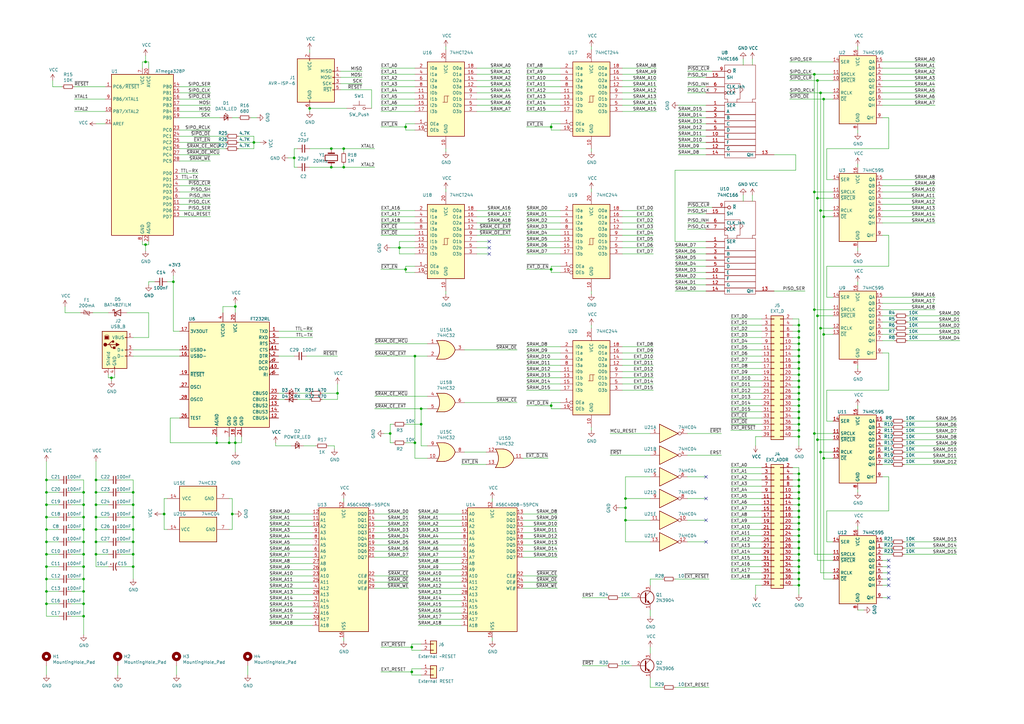
<source format=kicad_sch>
(kicad_sch (version 20230121) (generator eeschema)
  (paper "A3")
  (title_block (title "ROsiM") (rev "1.4"))
  (lib_symbols
    (symbol "74xx:74HC04"
      (property "Reference" "U" (at 0 1.27 0))
      (property "Value" "74HC04" (at 0 -1.27 0))
      (symbol "74HC04_1_0"
        (pin input line (at -7.62 0 0) (length 3.81) (name "~") (number "1"))
        (pin output inverted (at 7.62 0 180) (length 3.81) (name "~") (number "2"))
      )
      (symbol "74HC04_2_0"
        (pin input line (at -7.62 0 0) (length 3.81) (name "~") (number "3"))
        (pin output inverted (at 7.62 0 180) (length 3.81) (name "~") (number "4"))
      )
      (symbol "74HC04_3_0"
        (pin input line (at -7.62 0 0) (length 3.81) (name "~") (number "5"))
        (pin output inverted (at 7.62 0 180) (length 3.81) (name "~") (number "6"))
      )
      (symbol "74HC04_4_0"
        (pin output inverted (at 7.62 0 180) (length 3.81) (name "~") (number "8"))
        (pin input line (at -7.62 0 0) (length 3.81) (name "~") (number "9"))
      )
      (symbol "74HC04_5_0"
        (pin output inverted (at 7.62 0 180) (length 3.81) (name "~") (number "10"))
        (pin input line (at -7.62 0 0) (length 3.81) (name "~") (number "11"))
      )
      (symbol "74HC04_6_0"
        (pin output inverted (at 7.62 0 180) (length 3.81) (name "~") (number "12"))
        (pin input line (at -7.62 0 0) (length 3.81) (name "~") (number "13"))
      )
      (symbol "74HC04_7_0"
        (pin power_in line (at 0 12.7 270) (length 5.08) (name "VCC") (number "14"))
        (pin power_in line (at 0 -12.7 90) (length 5.08) (name "GND") (number "7"))
      )
    )
    (symbol "74xx:74HC595"
      (property "Reference" "U" (at -7.62 13.97 0))
      (property "Value" "74HC595" (at -7.62 -16.51 0))
      (symbol "74HC595_1_0"
        (pin tri_state line (at 10.16 7.62 180) (length 2.54) (name "QB") (number "1"))
        (pin input line (at -10.16 2.54 0) (length 2.54) (name "~{SRCLR}") (number "10"))
        (pin input line (at -10.16 5.08 0) (length 2.54) (name "SRCLK") (number "11"))
        (pin input line (at -10.16 -2.54 0) (length 2.54) (name "RCLK") (number "12"))
        (pin input line (at -10.16 -5.08 0) (length 2.54) (name "~{OE}") (number "13"))
        (pin input line (at -10.16 10.16 0) (length 2.54) (name "SER") (number "14"))
        (pin tri_state line (at 10.16 10.16 180) (length 2.54) (name "QA") (number "15"))
        (pin power_in line (at 0 15.24 270) (length 2.54) (name "VCC") (number "16"))
        (pin tri_state line (at 10.16 5.08 180) (length 2.54) (name "QC") (number "2"))
        (pin tri_state line (at 10.16 2.54 180) (length 2.54) (name "QD") (number "3"))
        (pin tri_state line (at 10.16 0 180) (length 2.54) (name "QE") (number "4"))
        (pin tri_state line (at 10.16 -2.54 180) (length 2.54) (name "QF") (number "5"))
        (pin tri_state line (at 10.16 -5.08 180) (length 2.54) (name "QG") (number "6"))
        (pin tri_state line (at 10.16 -7.62 180) (length 2.54) (name "QH") (number "7"))
        (pin power_in line (at 0 -17.78 90) (length 2.54) (name "GND") (number "8"))
        (pin output line (at 10.16 -12.7 180) (length 2.54) (name "QH'") (number "9"))
      )
    )
    (symbol "74xx:74LS244" (pin_names (offset 1.016))
      (property "Reference" "U" (at -7.62 16.51 0))
      (property "Value" "74LS244" (at -7.62 -16.51 0))
      (symbol "74LS244_1_0"
        (pin input inverted (at -12.7 -10.16 0) (length 5.08) (name "OEa") (number "1"))
        (pin power_in line (at 0 -20.32 90) (length 5.08) (name "GND") (number "10"))
        (pin input line (at -12.7 2.54 0) (length 5.08) (name "I0b") (number "11"))
        (pin tri_state line (at 12.7 5.08 180) (length 5.08) (name "O3a") (number "12"))
        (pin input line (at -12.7 0 0) (length 5.08) (name "I1b") (number "13"))
        (pin tri_state line (at 12.7 7.62 180) (length 5.08) (name "O2a") (number "14"))
        (pin input line (at -12.7 -2.54 0) (length 5.08) (name "I2b") (number "15"))
        (pin tri_state line (at 12.7 10.16 180) (length 5.08) (name "O1a") (number "16"))
        (pin input line (at -12.7 -5.08 0) (length 5.08) (name "I3b") (number "17"))
        (pin tri_state line (at 12.7 12.7 180) (length 5.08) (name "O0a") (number "18"))
        (pin input inverted (at -12.7 -12.7 0) (length 5.08) (name "OEb") (number "19"))
        (pin input line (at -12.7 12.7 0) (length 5.08) (name "I0a") (number "2"))
        (pin power_in line (at 0 20.32 270) (length 5.08) (name "VCC") (number "20"))
        (pin tri_state line (at 12.7 -5.08 180) (length 5.08) (name "O3b") (number "3"))
        (pin input line (at -12.7 10.16 0) (length 5.08) (name "I1a") (number "4"))
        (pin tri_state line (at 12.7 -2.54 180) (length 5.08) (name "O2b") (number "5"))
        (pin input line (at -12.7 7.62 0) (length 5.08) (name "I2a") (number "6"))
        (pin tri_state line (at 12.7 0 180) (length 5.08) (name "O1b") (number "7"))
        (pin input line (at -12.7 5.08 0) (length 5.08) (name "I3a") (number "8"))
        (pin tri_state line (at 12.7 2.54 180) (length 5.08) (name "O0b") (number "9"))
      )
    )
    (symbol "74xx:74LS32" (pin_names (offset 1.016))
      (property "Reference" "U" (at 0 1.27 0))
      (property "Value" "74LS32" (at 0 -1.27 0))
      (symbol "74LS32_1_1"
        (pin input line (at -7.62 2.54 0) (length 4.318) (name "~") (number "1"))
        (pin input line (at -7.62 -2.54 0) (length 4.318) (name "~") (number "2"))
        (pin output line (at 7.62 0 180) (length 3.81) (name "~") (number "3"))
      )
      (symbol "74LS32_1_2"
        (pin input inverted (at -7.62 2.54 0) (length 3.81) (name "~") (number "1"))
        (pin input inverted (at -7.62 -2.54 0) (length 3.81) (name "~") (number "2"))
        (pin output inverted (at 7.62 0 180) (length 3.81) (name "~") (number "3"))
      )
      (symbol "74LS32_2_1"
        (pin input line (at -7.62 2.54 0) (length 4.318) (name "~") (number "4"))
        (pin input line (at -7.62 -2.54 0) (length 4.318) (name "~") (number "5"))
        (pin output line (at 7.62 0 180) (length 3.81) (name "~") (number "6"))
      )
      (symbol "74LS32_2_2"
        (pin input inverted (at -7.62 2.54 0) (length 3.81) (name "~") (number "4"))
        (pin input inverted (at -7.62 -2.54 0) (length 3.81) (name "~") (number "5"))
        (pin output inverted (at 7.62 0 180) (length 3.81) (name "~") (number "6"))
      )
      (symbol "74LS32_3_1"
        (pin input line (at -7.62 -2.54 0) (length 4.318) (name "~") (number "10"))
        (pin output line (at 7.62 0 180) (length 3.81) (name "~") (number "8"))
        (pin input line (at -7.62 2.54 0) (length 4.318) (name "~") (number "9"))
      )
      (symbol "74LS32_3_2"
        (pin input inverted (at -7.62 -2.54 0) (length 3.81) (name "~") (number "10"))
        (pin output inverted (at 7.62 0 180) (length 3.81) (name "~") (number "8"))
        (pin input inverted (at -7.62 2.54 0) (length 3.81) (name "~") (number "9"))
      )
      (symbol "74LS32_4_1"
        (pin output line (at 7.62 0 180) (length 3.81) (name "~") (number "11"))
        (pin input line (at -7.62 2.54 0) (length 4.318) (name "~") (number "12"))
        (pin input line (at -7.62 -2.54 0) (length 4.318) (name "~") (number "13"))
      )
      (symbol "74LS32_4_2"
        (pin output inverted (at 7.62 0 180) (length 3.81) (name "~") (number "11"))
        (pin input inverted (at -7.62 2.54 0) (length 3.81) (name "~") (number "12"))
        (pin input inverted (at -7.62 -2.54 0) (length 3.81) (name "~") (number "13"))
      )
      (symbol "74LS32_5_0"
        (pin power_in line (at 0 12.7 270) (length 5.08) (name "VCC") (number "14"))
        (pin power_in line (at 0 -12.7 90) (length 5.08) (name "GND") (number "7"))
      )
    )
    (symbol "Connector:AVR-ISP-6" (pin_names (offset 1.016))
      (property "Reference" "J" (at -6.35 11.43 0))
      (property "Value" "AVR-ISP-6" (at 0 11.43 0))
      (symbol "AVR-ISP-6_1_1"
        (pin passive line (at 10.16 5.08 180) (length 2.54) (name "MISO") (number "1"))
        (pin passive line (at -2.54 12.7 270) (length 2.54) (name "VCC") (number "2"))
        (pin passive line (at 10.16 0 180) (length 2.54) (name "SCK") (number "3"))
        (pin passive line (at 10.16 2.54 180) (length 2.54) (name "MOSI") (number "4"))
        (pin passive line (at 10.16 -2.54 180) (length 2.54) (name "~{RST}") (number "5"))
        (pin passive line (at -2.54 -10.16 90) (length 2.54) (name "GND") (number "6"))
      )
    )
    (symbol "Connector:USB_B" (pin_names (offset 1.016))
      (property "Reference" "J" (at -5.08 11.43 0))
      (property "Value" "USB_B" (at -5.08 8.89 0))
      (symbol "USB_B_1_1"
        (pin power_out line (at 7.62 5.08 180) (length 2.54) (name "VBUS") (number "1"))
        (pin bidirectional line (at 7.62 -2.54 180) (length 2.54) (name "D-") (number "2"))
        (pin bidirectional line (at 7.62 0 180) (length 2.54) (name "D+") (number "3"))
        (pin power_out line (at 0 -10.16 90) (length 2.54) (name "GND") (number "4"))
        (pin passive line (at -2.54 -10.16 90) (length 2.54) (name "Shield") (number "5"))
      )
    )
    (symbol "Connector_Generic:Conn_01x02" (pin_names (offset 1.016) hide)
      (property "Reference" "J" (at 0 2.54 0))
      (property "Value" "Conn_01x02" (at 0 -5.08 0))
      (symbol "Conn_01x02_1_1"
        (pin passive line (at -5.08 0 0) (length 3.81) (name "Pin_1") (number "1"))
        (pin passive line (at -5.08 -2.54 0) (length 3.81) (name "Pin_2") (number "2"))
      )
    )
    (symbol "Connector_Generic:Conn_02x20_Odd_Even" (pin_names (offset 1.016) hide)
      (property "Reference" "J" (at 1.27 25.4 0))
      (property "Value" "Conn_02x20_Odd_Even" (at 1.27 -27.94 0))
      (symbol "Conn_02x20_Odd_Even_1_1"
        (pin passive line (at -5.08 22.86 0) (length 3.81) (name "Pin_1") (number "1"))
        (pin passive line (at 7.62 12.7 180) (length 3.81) (name "Pin_10") (number "10"))
        (pin passive line (at -5.08 10.16 0) (length 3.81) (name "Pin_11") (number "11"))
        (pin passive line (at 7.62 10.16 180) (length 3.81) (name "Pin_12") (number "12"))
        (pin passive line (at -5.08 7.62 0) (length 3.81) (name "Pin_13") (number "13"))
        (pin passive line (at 7.62 7.62 180) (length 3.81) (name "Pin_14") (number "14"))
        (pin passive line (at -5.08 5.08 0) (length 3.81) (name "Pin_15") (number "15"))
        (pin passive line (at 7.62 5.08 180) (length 3.81) (name "Pin_16") (number "16"))
        (pin passive line (at -5.08 2.54 0) (length 3.81) (name "Pin_17") (number "17"))
        (pin passive line (at 7.62 2.54 180) (length 3.81) (name "Pin_18") (number "18"))
        (pin passive line (at -5.08 0 0) (length 3.81) (name "Pin_19") (number "19"))
        (pin passive line (at 7.62 22.86 180) (length 3.81) (name "Pin_2") (number "2"))
        (pin passive line (at 7.62 0 180) (length 3.81) (name "Pin_20") (number "20"))
        (pin passive line (at -5.08 -2.54 0) (length 3.81) (name "Pin_21") (number "21"))
        (pin passive line (at 7.62 -2.54 180) (length 3.81) (name "Pin_22") (number "22"))
        (pin passive line (at -5.08 -5.08 0) (length 3.81) (name "Pin_23") (number "23"))
        (pin passive line (at 7.62 -5.08 180) (length 3.81) (name "Pin_24") (number "24"))
        (pin passive line (at -5.08 -7.62 0) (length 3.81) (name "Pin_25") (number "25"))
        (pin passive line (at 7.62 -7.62 180) (length 3.81) (name "Pin_26") (number "26"))
        (pin passive line (at -5.08 -10.16 0) (length 3.81) (name "Pin_27") (number "27"))
        (pin passive line (at 7.62 -10.16 180) (length 3.81) (name "Pin_28") (number "28"))
        (pin passive line (at -5.08 -12.7 0) (length 3.81) (name "Pin_29") (number "29"))
        (pin passive line (at -5.08 20.32 0) (length 3.81) (name "Pin_3") (number "3"))
        (pin passive line (at 7.62 -12.7 180) (length 3.81) (name "Pin_30") (number "30"))
        (pin passive line (at -5.08 -15.24 0) (length 3.81) (name "Pin_31") (number "31"))
        (pin passive line (at 7.62 -15.24 180) (length 3.81) (name "Pin_32") (number "32"))
        (pin passive line (at -5.08 -17.78 0) (length 3.81) (name "Pin_33") (number "33"))
        (pin passive line (at 7.62 -17.78 180) (length 3.81) (name "Pin_34") (number "34"))
        (pin passive line (at -5.08 -20.32 0) (length 3.81) (name "Pin_35") (number "35"))
        (pin passive line (at 7.62 -20.32 180) (length 3.81) (name "Pin_36") (number "36"))
        (pin passive line (at -5.08 -22.86 0) (length 3.81) (name "Pin_37") (number "37"))
        (pin passive line (at 7.62 -22.86 180) (length 3.81) (name "Pin_38") (number "38"))
        (pin passive line (at -5.08 -25.4 0) (length 3.81) (name "Pin_39") (number "39"))
        (pin passive line (at 7.62 20.32 180) (length 3.81) (name "Pin_4") (number "4"))
        (pin passive line (at 7.62 -25.4 180) (length 3.81) (name "Pin_40") (number "40"))
        (pin passive line (at -5.08 17.78 0) (length 3.81) (name "Pin_5") (number "5"))
        (pin passive line (at 7.62 17.78 180) (length 3.81) (name "Pin_6") (number "6"))
        (pin passive line (at -5.08 15.24 0) (length 3.81) (name "Pin_7") (number "7"))
        (pin passive line (at 7.62 15.24 180) (length 3.81) (name "Pin_8") (number "8"))
        (pin passive line (at -5.08 12.7 0) (length 3.81) (name "Pin_9") (number "9"))
      )
    )
    (symbol "Device:C_Small" (pin_numbers hide) (pin_names (offset 0.254) hide)
      (property "Reference" "C" (at 0.254 1.778 0))
      (property "Value" "C_Small" (at 0.254 -2.032 0))
      (symbol "C_Small_1_1"
        (pin passive line (at 0 2.54 270) (length 2.032) (name "~") (number "1"))
        (pin passive line (at 0 -2.54 90) (length 2.032) (name "~") (number "2"))
      )
    )
    (symbol "Device:Crystal" (pin_numbers hide) (pin_names (offset 1.016) hide)
      (property "Reference" "Y" (at 0 3.81 0))
      (property "Value" "Crystal" (at 0 -3.81 0))
      (symbol "Crystal_1_1"
        (pin passive line (at -3.81 0 0) (length 1.27) (name "1") (number "1"))
        (pin passive line (at 3.81 0 180) (length 1.27) (name "2") (number "2"))
      )
    )
    (symbol "Device:LED_Small" (pin_numbers hide) (pin_names (offset 0.254) hide)
      (property "Reference" "D" (at -1.27 3.175 0))
      (property "Value" "LED_Small" (at -4.445 -2.54 0))
      (symbol "LED_Small_1_1"
        (pin passive line (at -2.54 0 0) (length 1.778) (name "K") (number "1"))
        (pin passive line (at 2.54 0 180) (length 1.778) (name "A") (number "2"))
      )
    )
    (symbol "Device:Polyfuse_Small" (pin_numbers hide) (pin_names (offset 0))
      (property "Reference" "F" (at -1.905 0 90))
      (property "Value" "Polyfuse_Small" (at 1.905 0 90))
      (symbol "Polyfuse_Small_1_1"
        (pin passive line (at 0 2.54 270) (length 0.635) (name "~") (number "1"))
        (pin passive line (at 0 -2.54 90) (length 0.635) (name "~") (number "2"))
      )
    )
    (symbol "Device:R_Small" (pin_numbers hide) (pin_names (offset 0.254) hide)
      (property "Reference" "R" (at 0.762 0.508 0))
      (property "Value" "R_Small" (at 0.762 -1.016 0))
      (symbol "R_Small_1_1"
        (pin passive line (at 0 2.54 270) (length 0.762) (name "~") (number "1"))
        (pin passive line (at 0 -2.54 90) (length 0.762) (name "~") (number "2"))
      )
    )
    (symbol "Diode:BAT48ZFILM" (pin_numbers hide) (pin_names (offset 1.016) hide)
      (property "Reference" "D" (at 0 2.54 0))
      (property "Value" "BAT48ZFILM" (at 0 -2.54 0))
      (symbol "BAT48ZFILM_1_1"
        (pin passive line (at -3.81 0 0) (length 2.54) (name "K") (number "1"))
        (pin passive line (at 3.81 0 180) (length 2.54) (name "A") (number "2"))
      )
    )
    (symbol "Interface_USB:FT232RL"
      (property "Reference" "U" (at -16.51 22.86 0))
      (property "Value" "FT232RL" (at 10.16 22.86 0))
      (symbol "FT232RL_1_1"
        (pin output line (at 20.32 17.78 180) (length 3.81) (name "TXD") (number "1"))
        (pin input input_low (at 20.32 2.54 180) (length 3.81) (name "DCD") (number "10"))
        (pin input input_low (at 20.32 10.16 180) (length 3.81) (name "CTS") (number "11"))
        (pin bidirectional line (at 20.32 -17.78 180) (length 3.81) (name "CBUS4") (number "12"))
        (pin bidirectional line (at 20.32 -12.7 180) (length 3.81) (name "CBUS2") (number "13"))
        (pin bidirectional line (at 20.32 -15.24 180) (length 3.81) (name "CBUS3") (number "14"))
        (pin bidirectional line (at -20.32 10.16 0) (length 3.81) (name "USBD+") (number "15"))
        (pin bidirectional line (at -20.32 7.62 0) (length 3.81) (name "USBD-") (number "16"))
        (pin power_out line (at -20.32 17.78 0) (length 3.81) (name "3V3OUT") (number "17"))
        (pin power_in line (at 2.54 -25.4 90) (length 3.81) (name "GND") (number "18"))
        (pin input line (at -20.32 0 0) (length 3.81) (name "~{RESET}") (number "19"))
        (pin output output_low (at 20.32 7.62 180) (length 3.81) (name "DTR") (number "2"))
        (pin power_in line (at 2.54 25.4 270) (length 3.81) (name "VCC") (number "20"))
        (pin power_in line (at 5.08 -25.4 90) (length 3.81) (name "GND") (number "21"))
        (pin bidirectional line (at 20.32 -10.16 180) (length 3.81) (name "CBUS1") (number "22"))
        (pin bidirectional line (at 20.32 -7.62 180) (length 3.81) (name "CBUS0") (number "23"))
        (pin power_in line (at -5.08 -25.4 90) (length 3.81) (name "AGND") (number "25"))
        (pin input line (at -20.32 -17.78 0) (length 3.81) (name "TEST") (number "26"))
        (pin input line (at -20.32 -5.08 0) (length 3.81) (name "OSCI") (number "27"))
        (pin output line (at -20.32 -10.16 0) (length 3.81) (name "OSCO") (number "28"))
        (pin output output_low (at 20.32 12.7 180) (length 3.81) (name "RTS") (number "3"))
        (pin power_in line (at -2.54 25.4 270) (length 3.81) (name "VCCIO") (number "4"))
        (pin input line (at 20.32 15.24 180) (length 3.81) (name "RXD") (number "5"))
        (pin input input_low (at 20.32 0 180) (length 3.81) (name "RI") (number "6"))
        (pin power_in line (at 0 -25.4 90) (length 3.81) (name "GND") (number "7"))
        (pin input input_low (at 20.32 5.08 180) (length 3.81) (name "DCR") (number "9"))
      )
    )
    (symbol "Mechanical:MountingHole_Pad" (pin_numbers hide) (pin_names (offset 1.016) hide)
      (property "Reference" "H" (at 0 6.35 0))
      (property "Value" "MountingHole_Pad" (at 0 4.445 0))
      (symbol "MountingHole_Pad_1_1"
        (pin input line (at 0 -2.54 90) (length 2.54) (name "1") (number "1"))
      )
    )
    (symbol "Memory_RAM:AS6C4008-55PCN"
      (property "Reference" "U" (at -10.16 26.035 0))
      (property "Value" "AS6C4008-55PCN" (at 2.54 26.035 0))
      (symbol "AS6C4008-55PCN_0_0"
        (pin power_in line (at 0 -27.94 90) (length 2.54) (name "VSS") (number "16"))
        (pin power_in line (at 0 27.94 270) (length 2.54) (name "VCC") (number "32"))
      )
      (symbol "AS6C4008-55PCN_1_1"
        (pin input line (at -12.7 -22.86 0) (length 2.54) (name "A18") (number "1"))
        (pin input line (at -12.7 17.78 0) (length 2.54) (name "A2") (number "10"))
        (pin input line (at -12.7 20.32 0) (length 2.54) (name "A1") (number "11"))
        (pin input line (at -12.7 22.86 0) (length 2.54) (name "A0") (number "12"))
        (pin tri_state line (at 12.7 22.86 180) (length 2.54) (name "DQ0") (number "13"))
        (pin tri_state line (at 12.7 20.32 180) (length 2.54) (name "DQ1") (number "14"))
        (pin tri_state line (at 12.7 17.78 180) (length 2.54) (name "DQ2") (number "15"))
        (pin tri_state line (at 12.7 15.24 180) (length 2.54) (name "DQ3") (number "17"))
        (pin tri_state line (at 12.7 12.7 180) (length 2.54) (name "DQ4") (number "18"))
        (pin tri_state line (at 12.7 10.16 180) (length 2.54) (name "DQ5") (number "19"))
        (pin input line (at -12.7 -17.78 0) (length 2.54) (name "A16") (number "2"))
        (pin tri_state line (at 12.7 7.62 180) (length 2.54) (name "DQ6") (number "20"))
        (pin tri_state line (at 12.7 5.08 180) (length 2.54) (name "DQ7") (number "21"))
        (pin input line (at 12.7 -2.54 180) (length 2.54) (name "CE#") (number "22"))
        (pin input line (at -12.7 -2.54 0) (length 2.54) (name "A10") (number "23"))
        (pin input line (at 12.7 -5.08 180) (length 2.54) (name "OE#") (number "24"))
        (pin input line (at -12.7 -5.08 0) (length 2.54) (name "A11") (number "25"))
        (pin input line (at -12.7 0 0) (length 2.54) (name "A9") (number "26"))
        (pin input line (at -12.7 2.54 0) (length 2.54) (name "A8") (number "27"))
        (pin input line (at -12.7 -10.16 0) (length 2.54) (name "A13") (number "28"))
        (pin input line (at 12.7 -7.62 180) (length 2.54) (name "WE#") (number "29"))
        (pin input line (at -12.7 -12.7 0) (length 2.54) (name "A14") (number "3"))
        (pin input line (at -12.7 -20.32 0) (length 2.54) (name "A17") (number "30"))
        (pin input line (at -12.7 -15.24 0) (length 2.54) (name "A15") (number "31"))
        (pin input line (at -12.7 -7.62 0) (length 2.54) (name "A12") (number "4"))
        (pin input line (at -12.7 5.08 0) (length 2.54) (name "A7") (number "5"))
        (pin input line (at -12.7 7.62 0) (length 2.54) (name "A6") (number "6"))
        (pin input line (at -12.7 10.16 0) (length 2.54) (name "A5") (number "7"))
        (pin input line (at -12.7 12.7 0) (length 2.54) (name "A4") (number "8"))
        (pin input line (at -12.7 15.24 0) (length 2.54) (name "A3") (number "9"))
      )
    )
    (symbol "ROsiM-rescue:+3.3V-power" (power) (pin_names (offset 0))
      (property "Value" "+3.3V-power" (at 0 3.556 0))
      (symbol "+3.3V-power_1_1"
        (pin power_in line (at 0 0 90) (length 0) hide (name "+3V3") (number "1"))
      )
    )
    (symbol "ROsiM-rescue:74166-74xx_IEEE" (pin_names (offset 0.762))
      (property "Reference" "U" (at 8.89 17.78 0))
      (property "Value" "74xx_IEEE_74166" (at 7.62 -22.86 0))
      (symbol "74166-74xx_IEEE_0_0"
        (text "1" (at -2.286 6.096 0) (effects (font (size 1.524 1.524))))
      )
      (symbol "74166-74xx_IEEE_0_1"
        (pin power_in line (at 1.27 16.51 270) (length 0) hide (name "GND") (number "8"))
      )
      (symbol "74166-74xx_IEEE_1_1"
        (pin input line (at -13.97 0 0) (length 7.62) (name "SER") (number "1"))
        (pin input line (at -13.97 -12.7 0) (length 7.62) (name "E") (number "10"))
        (pin input line (at -13.97 -15.24 0) (length 7.62) (name "F") (number "11"))
        (pin input line (at -13.97 -17.78 0) (length 7.62) (name "G") (number "12"))
        (pin tri_state line (at 13.97 -20.32 180) (length 7.62) (name "QH") (number "13"))
        (pin input line (at -13.97 -20.32 0) (length 7.62) (name "H") (number "14"))
        (pin input line (at -13.97 11.43 0) (length 7.62) (name "SH") (number "15"))
        (pin power_in line (at 5.08 16.51 270) (length 0) hide (name "VCC") (number "16"))
        (pin input line (at -13.97 -2.54 0) (length 7.62) (name "A") (number "2"))
        (pin input line (at -13.97 -5.08 0) (length 7.62) (name "B") (number "3"))
        (pin input line (at -13.97 -7.62 0) (length 7.62) (name "C") (number "4"))
        (pin input line (at -13.97 -10.16 0) (length 7.62) (name "D") (number "5"))
        (pin input line (at -13.97 7.62 0) (length 7.62) (name "CLK_Inh") (number "6"))
        (pin input clock (at -13.97 5.08 0) (length 7.62) (name "CLK") (number "7"))
        (pin input inverted (at -11.43 13.97 0) (length 7.62) (name "~{R}") (number "9"))
      )
    )
    (symbol "ROsiM-rescue:ATmega8A-PU-MCU_Microchip_ATmega"
      (property "Reference" "U" (at -12.7 34.29 0))
      (property "Value" "MCU_Microchip_ATmega_ATmega8A-PU" (at 5.08 -34.29 0))
      (symbol "ATmega8A-PU-MCU_Microchip_ATmega_1_1"
        (pin bidirectional line (at -15.24 27.94 0) (length 2.54) (name "PC6/~{RESET}") (number "1"))
        (pin bidirectional line (at -15.24 17.78 0) (length 2.54) (name "PB7/XTAL2") (number "10"))
        (pin bidirectional line (at 15.24 -20.32 180) (length 2.54) (name "PD5") (number "11"))
        (pin bidirectional line (at 15.24 -22.86 180) (length 2.54) (name "PD6") (number "12"))
        (pin bidirectional line (at 15.24 -25.4 180) (length 2.54) (name "PD7") (number "13"))
        (pin bidirectional line (at 15.24 27.94 180) (length 2.54) (name "PB0") (number "14"))
        (pin bidirectional line (at 15.24 25.4 180) (length 2.54) (name "PB1") (number "15"))
        (pin bidirectional line (at 15.24 22.86 180) (length 2.54) (name "PB2") (number "16"))
        (pin bidirectional line (at 15.24 20.32 180) (length 2.54) (name "PB3") (number "17"))
        (pin bidirectional line (at 15.24 17.78 180) (length 2.54) (name "PB4") (number "18"))
        (pin bidirectional line (at 15.24 15.24 180) (length 2.54) (name "PB5") (number "19"))
        (pin bidirectional line (at 15.24 -7.62 180) (length 2.54) (name "PD0") (number "2"))
        (pin power_in line (at 2.54 35.56 270) (length 2.54) (name "AVCC") (number "20"))
        (pin passive line (at -15.24 12.7 0) (length 2.54) (name "AREF") (number "21"))
        (pin power_in line (at 2.54 -35.56 90) (length 2.54) (name "AGND") (number "22"))
        (pin bidirectional line (at 15.24 10.16 180) (length 2.54) (name "PC0") (number "23"))
        (pin bidirectional line (at 15.24 7.62 180) (length 2.54) (name "PC1") (number "24"))
        (pin bidirectional line (at 15.24 5.08 180) (length 2.54) (name "PC2") (number "25"))
        (pin bidirectional line (at 15.24 2.54 180) (length 2.54) (name "PC3") (number "26"))
        (pin bidirectional line (at 15.24 0 180) (length 2.54) (name "PC4") (number "27"))
        (pin bidirectional line (at 15.24 -2.54 180) (length 2.54) (name "PC5") (number "28"))
        (pin bidirectional line (at 15.24 -10.16 180) (length 2.54) (name "PD1") (number "3"))
        (pin bidirectional line (at 15.24 -12.7 180) (length 2.54) (name "PD2") (number "4"))
        (pin bidirectional line (at 15.24 -15.24 180) (length 2.54) (name "PD3") (number "5"))
        (pin bidirectional line (at 15.24 -17.78 180) (length 2.54) (name "PD4") (number "6"))
        (pin power_in line (at 0 35.56 270) (length 2.54) (name "VCC") (number "7"))
        (pin power_in line (at 0 -35.56 90) (length 2.54) (name "GND") (number "8"))
        (pin bidirectional line (at -15.24 22.86 0) (length 2.54) (name "PB6/XTAL1") (number "9"))
      )
    )
    (symbol "ROsiM-rescue:CP1_Small-Device" (pin_numbers hide) (pin_names (offset 0.254) hide)
      (property "Reference" "C" (at 0.254 1.778 0))
      (property "Value" "Device_CP1_Small" (at 0.254 -2.032 0))
      (symbol "CP1_Small-Device_1_1"
        (pin passive line (at 0 2.54 270) (length 2.032) (name "~") (number "1"))
        (pin passive line (at 0 -2.54 90) (length 2.032) (name "~") (number "2"))
      )
    )
    (symbol "Switch:SW_Push" (pin_numbers hide) (pin_names (offset 1.016) hide)
      (property "Reference" "SW" (at 1.27 2.54 0))
      (property "Value" "SW_Push" (at 0 -1.524 0))
      (symbol "SW_Push_0_1"
        (pin passive line (at -5.08 0 0) (length 2.54) (name "1") (number "1"))
        (pin passive line (at 5.08 0 180) (length 2.54) (name "2") (number "2"))
      )
    )
    (symbol "Transistor_BJT:2N3904" (pin_names (offset 0) hide)
      (property "Reference" "Q" (at 5.08 1.905 0))
      (property "Value" "2N3904" (at 5.08 0 0))
      (symbol "2N3904_1_1"
        (pin passive line (at 2.54 -5.08 90) (length 2.54) (name "E") (number "1"))
        (pin passive line (at -5.08 0 0) (length 5.715) (name "B") (number "2"))
        (pin passive line (at 2.54 5.08 270) (length 2.54) (name "C") (number "3"))
      )
    )
    (symbol "Transistor_BJT:2N3906" (pin_names (offset 0) hide)
      (property "Reference" "Q" (at 5.08 1.905 0))
      (property "Value" "2N3906" (at 5.08 0 0))
      (symbol "2N3906_1_1"
        (pin passive line (at 2.54 -5.08 90) (length 2.54) (name "E") (number "1"))
        (pin input line (at -5.08 0 0) (length 5.715) (name "B") (number "2"))
        (pin passive line (at 2.54 5.08 270) (length 2.54) (name "C") (number "3"))
      )
    )
    (symbol "power:GND" (power) (pin_names (offset 0))
      (property "Value" "GND" (at 0 -3.81 0))
      (symbol "GND_1_1"
        (pin power_in line (at 0 0 270) (length 0) hide (name "GND") (number "1"))
      )
    )
    (symbol "power:VCC" (power) (pin_names (offset 0))
      (property "Value" "VCC" (at 0 3.81 0))
      (symbol "VCC_1_1"
        (pin power_in line (at 0 0 90) (length 0) hide (name "VCC") (number "1"))
      )
    )
  )
  (junction (at 34.29 232.41))
  (junction (at 170.18 181.61))
  (junction (at 327.66 171.45))
  (junction (at 327.66 227.33))
  (junction (at 54.61 232.41))
  (junction (at 336.55 86.36))
  (junction (at 19.05 247.65))
  (junction (at 327.66 217.17))
  (junction (at 34.29 222.25))
  (junction (at 19.05 222.25))
  (junction (at 39.37 217.17))
  (junction (at 335.28 81.28))
  (junction (at 19.05 207.01))
  (junction (at 168.91 265.43))
  (junction (at 34.29 212.09))
  (junction (at 34.29 247.65))
  (junction (at 327.66 229.87))
  (junction (at 54.61 201.93))
  (junction (at 327.66 234.95))
  (junction (at 39.37 196.85))
  (junction (at 95.25 210.82))
  (junction (at 327.66 219.71))
  (junction (at 335.28 180.34))
  (junction (at 334.01 78.74))
  (junction (at 256.54 204.47))
  (junction (at 168.91 275.59))
  (junction (at 327.66 214.63))
  (junction (at 88.9 181.61))
  (junction (at 327.66 156.21))
  (junction (at 172.72 167.64))
  (junction (at 67.31 210.82))
  (junction (at 19.05 232.41))
  (junction (at 34.29 242.57))
  (junction (at 59.69 100.33))
  (junction (at 34.29 227.33))
  (junction (at 335.28 129.54))
  (junction (at 327.66 207.01))
  (junction (at 327.66 133.35))
  (junction (at 327.66 148.59))
  (junction (at 19.05 201.93))
  (junction (at 170.18 146.05))
  (junction (at 336.55 185.42))
  (junction (at 327.66 224.79))
  (junction (at 327.66 143.51))
  (junction (at 327.66 146.05))
  (junction (at 256.54 213.36))
  (junction (at 120.65 64.77))
  (junction (at 327.66 166.37))
  (junction (at 34.29 207.01))
  (junction (at 19.05 242.57))
  (junction (at 327.66 194.31))
  (junction (at 34.29 201.93))
  (junction (at 39.37 207.01))
  (junction (at 19.05 227.33))
  (junction (at 135.89 68.58))
  (junction (at 45.72 154.94))
  (junction (at 54.61 212.09))
  (junction (at 19.05 196.85))
  (junction (at 39.37 222.25))
  (junction (at 140.97 60.96))
  (junction (at 59.69 25.4))
  (junction (at 96.52 125.73))
  (junction (at 166.37 52.07))
  (junction (at 334.01 127))
  (junction (at 327.66 176.53))
  (junction (at 34.29 217.17))
  (junction (at 104.14 58.42))
  (junction (at 327.66 161.29))
  (junction (at 19.05 217.17))
  (junction (at 327.66 232.41))
  (junction (at 327.66 173.99))
  (junction (at 337.82 40.64))
  (junction (at 39.37 201.93))
  (junction (at 327.66 135.89))
  (junction (at 39.37 227.33))
  (junction (at 19.05 212.09))
  (junction (at 34.29 237.49))
  (junction (at 166.37 110.49))
  (junction (at 127 44.45))
  (junction (at 54.61 222.25))
  (junction (at 327.66 204.47))
  (junction (at 335.28 33.02))
  (junction (at 327.66 168.91))
  (junction (at 336.55 38.1))
  (junction (at 34.29 252.73))
  (junction (at 39.37 212.09))
  (junction (at 226.06 166.37))
  (junction (at 140.97 68.58))
  (junction (at 172.72 173.99))
  (junction (at 327.66 138.43))
  (junction (at 54.61 217.17))
  (junction (at 327.66 209.55))
  (junction (at 163.83 101.6))
  (junction (at 334.01 30.48))
  (junction (at 138.43 161.29))
  (junction (at 327.66 151.13))
  (junction (at 327.66 140.97))
  (junction (at 336.55 134.62))
  (junction (at 135.89 60.96))
  (junction (at 337.82 187.96))
  (junction (at 71.12 115.57))
  (junction (at 160.02 177.8))
  (junction (at 327.66 222.25))
  (junction (at 19.05 237.49))
  (junction (at 226.06 110.49))
  (junction (at 334.01 177.8))
  (junction (at 327.66 240.03))
  (junction (at 327.66 153.67))
  (junction (at 327.66 179.07))
  (junction (at 226.06 52.07))
  (junction (at 93.98 181.61))
  (junction (at 327.66 196.85))
  (junction (at 54.61 227.33))
  (junction (at 337.82 88.9))
  (junction (at 337.82 137.16))
  (junction (at 327.66 158.75))
  (junction (at 327.66 163.83))
  (junction (at 327.66 201.93))
  (junction (at 327.66 212.09))
  (junction (at 54.61 207.01))
  (junction (at 256.54 208.28))
  (junction (at 96.52 181.61))
  (junction (at 327.66 237.49))
  (junction (at 327.66 199.39))
  (no_connect (at 364.49 237.49))
  (no_connect (at 364.49 234.95))
  (no_connect (at 364.49 232.41))
  (no_connect (at 200.66 99.06))
  (no_connect (at 289.56 195.58))
  (no_connect (at 364.49 245.11))
  (no_connect (at 289.56 222.25))
  (no_connect (at 289.56 204.47))
  (no_connect (at 364.49 240.03))
  (no_connect (at 289.56 213.36))
  (no_connect (at 364.49 229.87))
  (no_connect (at 200.66 101.6))
  (no_connect (at 200.66 104.14))
  (wire (pts (xy 312.42 161.29) (xy 299.72 161.29)))
  (wire (pts (xy 327.66 199.39) (xy 327.66 201.93)))
  (wire (pts (xy 327.66 146.05) (xy 327.66 148.59)))
  (wire (pts (xy 336.55 38.1) (xy 323.85 38.1)))
  (wire (pts (xy 163.83 99.06) (xy 163.83 101.6)))
  (wire (pts (xy 351.79 166.37) (xy 351.79 167.64)))
  (wire (pts (xy 229.87 147.32) (xy 215.9 147.32)))
  (wire (pts (xy 336.55 86.36) (xy 341.63 86.36)))
  (wire (pts (xy 49.53 196.85) (xy 54.61 196.85)))
  (wire (pts (xy 229.87 86.36) (xy 215.9 86.36)))
  (wire (pts (xy 73.66 83.82) (xy 86.36 83.82)))
  (wire (pts (xy 29.21 232.41) (xy 34.29 232.41)))
  (wire (pts (xy 337.82 137.16) (xy 337.82 187.96)))
  (wire (pts (xy 370.84 180.34) (xy 392.43 180.34)))
  (wire (pts (xy 325.12 229.87) (xy 327.66 229.87)))
  (wire (pts (xy 153.67 218.44) (xy 167.64 218.44)))
  (wire (pts (xy 339.09 209.55) (xy 339.09 222.25)))
  (wire (pts (xy 226.06 53.34) (xy 229.87 53.34)))
  (wire (pts (xy 361.95 73.66) (xy 383.54 73.66)))
  (wire (pts (xy 95.25 210.82) (xy 95.25 217.17)))
  (wire (pts (xy 73.66 73.66) (xy 81.28 73.66)))
  (wire (pts (xy 281.94 35.56) (xy 289.56 35.56)))
  (wire (pts (xy 325.12 219.71) (xy 327.66 219.71)))
  (wire (pts (xy 312.42 204.47) (xy 299.72 204.47)))
  (wire (pts (xy 24.13 196.85) (xy 19.05 196.85)))
  (wire (pts (xy 339.09 60.96) (xy 364.49 60.96)))
  (wire (pts (xy 337.82 137.16) (xy 341.63 137.16)))
  (wire (pts (xy 68.58 115.57) (xy 71.12 115.57)))
  (wire (pts (xy 19.05 273.05) (xy 19.05 276.86)))
  (wire (pts (xy 276.86 69.85) (xy 326.39 69.85)))
  (wire (pts (xy 266.7 250.19) (xy 266.7 252.73)))
  (wire (pts (xy 54.61 138.43) (xy 60.96 138.43)))
  (wire (pts (xy 325.12 151.13) (xy 327.66 151.13)))
  (wire (pts (xy 214.63 236.22) (xy 228.6 236.22)))
  (wire (pts (xy 351.79 53.34) (xy 351.79 54.61)))
  (wire (pts (xy 73.66 76.2) (xy 86.36 76.2)))
  (wire (pts (xy 255.27 88.9) (xy 267.97 88.9)))
  (wire (pts (xy 361.95 27.94) (xy 383.54 27.94)))
  (wire (pts (xy 325.12 194.31) (xy 327.66 194.31)))
  (wire (pts (xy 19.05 217.17) (xy 19.05 212.09)))
  (wire (pts (xy 312.42 219.71) (xy 299.72 219.71)))
  (wire (pts (xy 312.42 146.05) (xy 299.72 146.05)))
  (wire (pts (xy 93.98 204.47) (xy 95.25 204.47)))
  (wire (pts (xy 336.55 185.42) (xy 341.63 185.42)))
  (wire (pts (xy 325.12 166.37) (xy 327.66 166.37)))
  (wire (pts (xy 156.21 265.43) (xy 168.91 265.43)))
  (wire (pts (xy 325.12 199.39) (xy 327.66 199.39)))
  (wire (pts (xy 361.95 86.36) (xy 383.54 86.36)))
  (wire (pts (xy 95.25 204.47) (xy 95.25 210.82)))
  (wire (pts (xy 170.18 50.8) (xy 166.37 50.8)))
  (wire (pts (xy 335.28 180.34) (xy 341.63 180.34)))
  (wire (pts (xy 19.05 242.57) (xy 19.05 247.65)))
  (wire (pts (xy 34.29 247.65) (xy 34.29 252.73)))
  (wire (pts (xy 256.54 213.36) (xy 256.54 222.25)))
  (wire (pts (xy 289.56 55.88) (xy 278.13 55.88)))
  (wire (pts (xy 327.66 207.01) (xy 327.66 209.55)))
  (wire (pts (xy 19.05 207.01) (xy 19.05 201.93)))
  (wire (pts (xy 49.53 212.09) (xy 54.61 212.09)))
  (wire (pts (xy 226.06 111.76) (xy 229.87 111.76)))
  (wire (pts (xy 182.88 77.47) (xy 182.88 78.74)))
  (wire (pts (xy 34.29 201.93) (xy 34.29 207.01)))
  (wire (pts (xy 19.05 222.25) (xy 19.05 217.17)))
  (wire (pts (xy 289.56 60.96) (xy 278.13 60.96)))
  (wire (pts (xy 114.3 135.89) (xy 128.27 135.89)))
  (wire (pts (xy 175.26 146.05) (xy 170.18 146.05)))
  (wire (pts (xy 341.63 25.4) (xy 323.85 25.4)))
  (wire (pts (xy 73.66 171.45) (xy 69.85 171.45)))
  (wire (pts (xy 276.86 99.06) (xy 276.86 69.85)))
  (wire (pts (xy 327.66 232.41) (xy 327.66 234.95)))
  (wire (pts (xy 19.05 247.65) (xy 24.13 247.65)))
  (wire (pts (xy 166.37 53.34) (xy 170.18 53.34)))
  (wire (pts (xy 170.18 181.61) (xy 170.18 187.96)))
  (wire (pts (xy 229.87 154.94) (xy 215.9 154.94)))
  (wire (pts (xy 238.76 273.05) (xy 248.92 273.05)))
  (wire (pts (xy 96.52 210.82) (xy 95.25 210.82)))
  (wire (pts (xy 254 273.05) (xy 259.08 273.05)))
  (wire (pts (xy 312.42 222.25) (xy 299.72 222.25)))
  (wire (pts (xy 337.82 40.64) (xy 337.82 88.9)))
  (wire (pts (xy 195.58 96.52) (xy 209.55 96.52)))
  (wire (pts (xy 189.23 243.84) (xy 171.45 243.84)))
  (wire (pts (xy 170.18 91.44) (xy 156.21 91.44)))
  (wire (pts (xy 327.66 237.49) (xy 327.66 240.03)))
  (wire (pts (xy 127 68.58) (xy 135.89 68.58)))
  (wire (pts (xy 128.27 233.68) (xy 110.49 233.68)))
  (wire (pts (xy 189.23 248.92) (xy 171.45 248.92)))
  (wire (pts (xy 339.09 172.72) (xy 341.63 172.72)))
  (wire (pts (xy 166.37 52.07) (xy 156.21 52.07)))
  (wire (pts (xy 364.49 60.96) (xy 364.49 48.26)))
  (wire (pts (xy 325.12 171.45) (xy 327.66 171.45)))
  (wire (pts (xy 127 60.96) (xy 135.89 60.96)))
  (wire (pts (xy 168.91 266.7) (xy 172.72 266.7)))
  (wire (pts (xy 153.67 226.06) (xy 167.64 226.06)))
  (wire (pts (xy 229.87 144.78) (xy 215.9 144.78)))
  (wire (pts (xy 189.23 213.36) (xy 171.45 213.36)))
  (wire (pts (xy 67.31 210.82) (xy 67.31 217.17)))
  (wire (pts (xy 214.63 187.96) (xy 224.79 187.96)))
  (wire (pts (xy 325.12 163.83) (xy 327.66 163.83)))
  (wire (pts (xy 69.85 171.45) (xy 69.85 181.61)))
  (wire (pts (xy 226.06 165.1) (xy 226.06 166.37)))
  (wire (pts (xy 325.12 173.99) (xy 327.66 173.99)))
  (wire (pts (xy 60.96 25.4) (xy 60.96 27.94)))
  (wire (pts (xy 341.63 30.48) (xy 334.01 30.48)))
  (wire (pts (xy 339.09 160.02) (xy 339.09 172.72)))
  (wire (pts (xy 289.56 111.76) (xy 276.86 111.76)))
  (wire (pts (xy 312.42 173.99) (xy 299.72 173.99)))
  (wire (pts (xy 24.13 237.49) (xy 19.05 237.49)))
  (wire (pts (xy 73.66 66.04) (xy 86.36 66.04)))
  (wire (pts (xy 335.28 33.02) (xy 323.85 33.02)))
  (wire (pts (xy 132.08 161.29) (xy 138.43 161.29)))
  (wire (pts (xy 229.87 43.18) (xy 215.9 43.18)))
  (wire (pts (xy 170.18 33.02) (xy 156.21 33.02)))
  (wire (pts (xy 364.49 160.02) (xy 339.09 160.02)))
  (wire (pts (xy 195.58 101.6) (xy 200.66 101.6)))
  (wire (pts (xy 97.79 55.88) (xy 104.14 55.88)))
  (wire (pts (xy 195.58 45.72) (xy 209.55 45.72)))
  (wire (pts (xy 361.95 182.88) (xy 365.76 182.88)))
  (wire (pts (xy 43.18 45.72) (xy 30.48 45.72)))
  (wire (pts (xy 128.27 213.36) (xy 110.49 213.36)))
  (wire (pts (xy 118.11 64.77) (xy 120.65 64.77)))
  (wire (pts (xy 214.63 241.3) (xy 228.6 241.3)))
  (wire (pts (xy 34.29 196.85) (xy 34.29 201.93)))
  (wire (pts (xy 153.67 241.3) (xy 167.64 241.3)))
  (wire (pts (xy 312.42 171.45) (xy 299.72 171.45)))
  (wire (pts (xy 281.94 177.8) (xy 295.91 177.8)))
  (wire (pts (xy 175.26 162.56) (xy 153.67 162.56)))
  (wire (pts (xy 214.63 213.36) (xy 228.6 213.36)))
  (wire (pts (xy 327.66 138.43) (xy 327.66 140.97)))
  (wire (pts (xy 327.66 153.67) (xy 327.66 156.21)))
  (wire (pts (xy 161.29 181.61) (xy 160.02 181.61)))
  (wire (pts (xy 312.42 168.91) (xy 299.72 168.91)))
  (wire (pts (xy 289.56 50.8) (xy 278.13 50.8)))
  (wire (pts (xy 44.45 153.67) (xy 44.45 154.94)))
  (wire (pts (xy 45.72 154.94) (xy 46.99 154.94)))
  (wire (pts (xy 60.96 138.43) (xy 60.96 128.27)))
  (wire (pts (xy 336.55 134.62) (xy 336.55 185.42)))
  (wire (pts (xy 195.58 104.14) (xy 200.66 104.14)))
  (wire (pts (xy 255.27 40.64) (xy 269.24 40.64)))
  (wire (pts (xy 24.13 252.73) (xy 19.05 252.73)))
  (wire (pts (xy 190.5 143.51) (xy 212.09 143.51)))
  (wire (pts (xy 229.87 157.48) (xy 215.9 157.48)))
  (wire (pts (xy 289.56 101.6) (xy 276.86 101.6)))
  (wire (pts (xy 43.18 35.56) (xy 30.48 35.56)))
  (wire (pts (xy 327.66 214.63) (xy 327.66 217.17)))
  (wire (pts (xy 229.87 109.22) (xy 226.06 109.22)))
  (wire (pts (xy 34.29 207.01) (xy 34.29 212.09)))
  (wire (pts (xy 304.8 24.13) (xy 304.8 26.67)))
  (wire (pts (xy 54.61 143.51) (xy 73.66 143.51)))
  (wire (pts (xy 361.95 43.18) (xy 383.54 43.18)))
  (wire (pts (xy 361.95 222.25) (xy 365.76 222.25)))
  (wire (pts (xy 73.66 71.12) (xy 81.28 71.12)))
  (wire (pts (xy 361.95 144.78) (xy 364.49 144.78)))
  (wire (pts (xy 312.42 156.21) (xy 299.72 156.21)))
  (wire (pts (xy 226.06 110.49) (xy 215.9 110.49)))
  (wire (pts (xy 195.58 35.56) (xy 209.55 35.56)))
  (wire (pts (xy 59.69 25.4) (xy 60.96 25.4)))
  (wire (pts (xy 142.24 44.45) (xy 127 44.45)))
  (wire (pts (xy 39.37 201.93) (xy 39.37 196.85)))
  (wire (pts (xy 255.27 35.56) (xy 269.24 35.56)))
  (wire (pts (xy 364.49 144.78) (xy 364.49 160.02)))
  (wire (pts (xy 58.42 27.94) (xy 58.42 25.4)))
  (wire (pts (xy 96.52 125.73) (xy 96.52 124.46)))
  (wire (pts (xy 325.12 209.55) (xy 327.66 209.55)))
  (wire (pts (xy 166.37 181.61) (xy 170.18 181.61)))
  (wire (pts (xy 24.13 201.93) (xy 19.05 201.93)))
  (wire (pts (xy 289.56 53.34) (xy 278.13 53.34)))
  (wire (pts (xy 43.18 50.8) (xy 39.37 50.8)))
  (wire (pts (xy 138.43 161.29) (xy 138.43 157.48)))
  (wire (pts (xy 128.27 215.9) (xy 110.49 215.9)))
  (wire (pts (xy 170.18 27.94) (xy 156.21 27.94)))
  (wire (pts (xy 166.37 110.49) (xy 156.21 110.49)))
  (wire (pts (xy 189.23 218.44) (xy 171.45 218.44)))
  (wire (pts (xy 73.66 146.05) (xy 54.61 146.05)))
  (wire (pts (xy 312.42 224.79) (xy 299.72 224.79)))
  (wire (pts (xy 327.66 173.99) (xy 327.66 176.53)))
  (wire (pts (xy 361.95 78.74) (xy 383.54 78.74)))
  (wire (pts (xy 189.23 254) (xy 171.45 254)))
  (wire (pts (xy 170.18 93.98) (xy 156.21 93.98)))
  (wire (pts (xy 256.54 208.28) (xy 256.54 213.36)))
  (wire (pts (xy 119.38 182.88) (xy 113.03 182.88)))
  (wire (pts (xy 325.12 201.93) (xy 327.66 201.93)))
  (wire (pts (xy 135.89 60.96) (xy 140.97 60.96)))
  (wire (pts (xy 327.66 179.07) (xy 327.66 182.88)))
  (wire (pts (xy 170.18 104.14) (xy 163.83 104.14)))
  (wire (pts (xy 334.01 78.74) (xy 341.63 78.74)))
  (wire (pts (xy 289.56 48.26) (xy 278.13 48.26)))
  (wire (pts (xy 325.12 212.09) (xy 327.66 212.09)))
  (wire (pts (xy 29.21 201.93) (xy 34.29 201.93)))
  (wire (pts (xy 128.27 248.92) (xy 110.49 248.92)))
  (wire (pts (xy 327.66 163.83) (xy 327.66 166.37)))
  (wire (pts (xy 170.18 35.56) (xy 156.21 35.56)))
  (wire (pts (xy 189.23 223.52) (xy 171.45 223.52)))
  (wire (pts (xy 304.8 82.55) (xy 304.8 80.01)))
  (wire (pts (xy 325.12 234.95) (xy 327.66 234.95)))
  (wire (pts (xy 73.66 48.26) (xy 90.17 48.26)))
  (wire (pts (xy 325.12 158.75) (xy 327.66 158.75)))
  (wire (pts (xy 104.14 55.88) (xy 104.14 58.42)))
  (wire (pts (xy 45.72 156.21) (xy 45.72 154.94)))
  (wire (pts (xy 170.18 99.06) (xy 163.83 99.06)))
  (wire (pts (xy 370.84 222.25) (xy 392.43 222.25)))
  (wire (pts (xy 370.84 172.72) (xy 392.43 172.72)))
  (wire (pts (xy 127 20.32) (xy 127 21.59)))
  (wire (pts (xy 351.79 67.31) (xy 351.79 68.58)))
  (wire (pts (xy 106.68 58.42) (xy 104.14 58.42)))
  (wire (pts (xy 242.57 19.05) (xy 242.57 20.32)))
  (wire (pts (xy 351.79 115.57) (xy 351.79 116.84)))
  (wire (pts (xy 214.63 223.52) (xy 228.6 223.52)))
  (wire (pts (xy 327.66 143.51) (xy 327.66 146.05)))
  (wire (pts (xy 341.63 73.66) (xy 339.09 73.66)))
  (wire (pts (xy 339.09 109.22) (xy 364.49 109.22)))
  (wire (pts (xy 255.27 149.86) (xy 267.97 149.86)))
  (wire (pts (xy 139.7 31.75) (xy 148.59 31.75)))
  (wire (pts (xy 44.45 196.85) (xy 39.37 196.85)))
  (wire (pts (xy 175.26 167.64) (xy 172.72 167.64)))
  (wire (pts (xy 266.7 265.43) (xy 266.7 267.97)))
  (wire (pts (xy 44.45 222.25) (xy 39.37 222.25)))
  (wire (pts (xy 325.12 140.97) (xy 327.66 140.97)))
  (wire (pts (xy 341.63 33.02) (xy 335.28 33.02)))
  (wire (pts (xy 351.79 149.86) (xy 351.79 151.13)))
  (wire (pts (xy 201.93 261.62) (xy 201.93 262.89)))
  (wire (pts (xy 325.12 156.21) (xy 327.66 156.21)))
  (wire (pts (xy 73.66 55.88) (xy 92.71 55.88)))
  (wire (pts (xy 195.58 91.44) (xy 209.55 91.44)))
  (wire (pts (xy 121.92 161.29) (xy 127 161.29)))
  (wire (pts (xy 325.12 222.25) (xy 327.66 222.25)))
  (wire (pts (xy 361.95 81.28) (xy 383.54 81.28)))
  (wire (pts (xy 54.61 217.17) (xy 54.61 222.25)))
  (wire (pts (xy 312.42 135.89) (xy 299.72 135.89)))
  (wire (pts (xy 326.39 69.85) (xy 326.39 63.5)))
  (wire (pts (xy 34.29 232.41) (xy 34.29 237.49)))
  (wire (pts (xy 73.66 88.9) (xy 86.36 88.9)))
  (wire (pts (xy 195.58 88.9) (xy 209.55 88.9)))
  (wire (pts (xy 19.05 237.49) (xy 19.05 242.57)))
  (wire (pts (xy 325.12 153.67) (xy 327.66 153.67)))
  (wire (pts (xy 170.18 86.36) (xy 156.21 86.36)))
  (wire (pts (xy 60.96 128.27) (xy 52.07 128.27)))
  (wire (pts (xy 255.27 30.48) (xy 269.24 30.48)))
  (wire (pts (xy 54.61 196.85) (xy 54.61 201.93)))
  (wire (pts (xy 24.13 242.57) (xy 19.05 242.57)))
  (wire (pts (xy 44.45 232.41) (xy 39.37 232.41)))
  (wire (pts (xy 312.42 158.75) (xy 299.72 158.75)))
  (wire (pts (xy 229.87 142.24) (xy 215.9 142.24)))
  (wire (pts (xy 24.13 222.25) (xy 19.05 222.25)))
  (wire (pts (xy 361.95 132.08) (xy 367.03 132.08)))
  (wire (pts (xy 312.42 229.87) (xy 299.72 229.87)))
  (wire (pts (xy 337.82 237.49) (xy 341.63 237.49)))
  (wire (pts (xy 335.28 129.54) (xy 335.28 81.28)))
  (wire (pts (xy 325.12 214.63) (xy 327.66 214.63)))
  (wire (pts (xy 128.27 218.44) (xy 110.49 218.44)))
  (wire (pts (xy 153.67 167.64) (xy 172.72 167.64)))
  (wire (pts (xy 242.57 175.26) (xy 242.57 176.53)))
  (wire (pts (xy 255.27 86.36) (xy 267.97 86.36)))
  (wire (pts (xy 182.88 60.96) (xy 182.88 62.23)))
  (wire (pts (xy 44.45 201.93) (xy 39.37 201.93)))
  (wire (pts (xy 325.12 240.03) (xy 327.66 240.03)))
  (wire (pts (xy 312.42 237.49) (xy 299.72 237.49)))
  (wire (pts (xy 255.27 93.98) (xy 267.97 93.98)))
  (wire (pts (xy 153.67 213.36) (xy 167.64 213.36)))
  (wire (pts (xy 336.55 134.62) (xy 341.63 134.62)))
  (wire (pts (xy 128.27 231.14) (xy 110.49 231.14)))
  (wire (pts (xy 21.59 35.56) (xy 25.4 35.56)))
  (wire (pts (xy 312.42 148.59) (xy 299.72 148.59)))
  (wire (pts (xy 24.13 227.33) (xy 19.05 227.33)))
  (wire (pts (xy 48.26 273.05) (xy 48.26 276.86)))
  (wire (pts (xy 101.6 273.05) (xy 101.6 276.86)))
  (wire (pts (xy 325.12 196.85) (xy 327.66 196.85)))
  (wire (pts (xy 39.37 232.41) (xy 39.37 227.33)))
  (wire (pts (xy 226.06 110.49) (xy 226.06 111.76)))
  (wire (pts (xy 128.27 243.84) (xy 110.49 243.84)))
  (wire (pts (xy 182.88 119.38) (xy 182.88 120.65)))
  (wire (pts (xy 168.91 276.86) (xy 172.72 276.86)))
  (wire (pts (xy 54.61 222.25) (xy 54.61 227.33)))
  (wire (pts (xy 351.79 19.05) (xy 351.79 20.32)))
  (wire (pts (xy 73.66 58.42) (xy 92.71 58.42)))
  (wire (pts (xy 73.66 45.72) (xy 86.36 45.72)))
  (wire (pts (xy 128.27 238.76) (xy 110.49 238.76)))
  (wire (pts (xy 195.58 86.36) (xy 209.55 86.36)))
  (wire (pts (xy 361.95 245.11) (xy 364.49 245.11)))
  (wire (pts (xy 54.61 212.09) (xy 54.61 217.17)))
  (wire (pts (xy 335.28 180.34) (xy 335.28 229.87)))
  (wire (pts (xy 114.3 163.83) (xy 116.84 163.83)))
  (wire (pts (xy 229.87 99.06) (xy 215.9 99.06)))
  (wire (pts (xy 335.28 129.54) (xy 335.28 180.34)))
  (wire (pts (xy 266.7 278.13) (xy 266.7 281.94)))
  (wire (pts (xy 96.52 185.42) (xy 96.52 181.61)))
  (wire (pts (xy 325.12 224.79) (xy 327.66 224.79)))
  (wire (pts (xy 120.65 68.58) (xy 121.92 68.58)))
  (wire (pts (xy 189.23 228.6) (xy 171.45 228.6)))
  (wire (pts (xy 172.72 264.16) (xy 168.91 264.16)))
  (wire (pts (xy 170.18 43.18) (xy 156.21 43.18)))
  (wire (pts (xy 125.73 146.05) (xy 138.43 146.05)))
  (wire (pts (xy 341.63 121.92) (xy 339.09 121.92)))
  (wire (pts (xy 229.87 160.02) (xy 215.9 160.02)))
  (wire (pts (xy 139.7 34.29) (xy 148.59 34.29)))
  (wire (pts (xy 334.01 127) (xy 334.01 78.74)))
  (wire (pts (xy 137.16 182.88) (xy 137.16 184.15)))
  (wire (pts (xy 138.43 163.83) (xy 138.43 161.29)))
  (wire (pts (xy 226.06 50.8) (xy 226.06 52.07)))
  (wire (pts (xy 281.94 31.75) (xy 289.56 31.75)))
  (wire (pts (xy 29.21 217.17) (xy 34.29 217.17)))
  (wire (pts (xy 289.56 63.5) (xy 278.13 63.5)))
  (wire (pts (xy 312.42 130.81) (xy 299.72 130.81)))
  (wire (pts (xy 312.42 166.37) (xy 299.72 166.37)))
  (wire (pts (xy 140.97 67.31) (xy 140.97 68.58)))
  (wire (pts (xy 29.21 196.85) (xy 34.29 196.85)))
  (wire (pts (xy 361.95 124.46) (xy 383.54 124.46)))
  (wire (pts (xy 72.39 273.05) (xy 72.39 276.86)))
  (wire (pts (xy 73.66 53.34) (xy 86.36 53.34)))
  (wire (pts (xy 327.66 153.67) (xy 327.66 151.13)))
  (wire (pts (xy 166.37 173.99) (xy 172.72 173.99)))
  (wire (pts (xy 361.95 195.58) (xy 364.49 195.58)))
  (wire (pts (xy 60.96 115.57) (xy 60.96 116.84)))
  (wire (pts (xy 229.87 149.86) (xy 215.9 149.86)))
  (wire (pts (xy 172.72 167.64) (xy 172.72 173.99)))
  (wire (pts (xy 153.67 223.52) (xy 167.64 223.52)))
  (wire (pts (xy 266.7 237.49) (xy 266.7 240.03)))
  (wire (pts (xy 39.37 212.09) (xy 39.37 207.01)))
  (wire (pts (xy 24.13 212.09) (xy 19.05 212.09)))
  (wire (pts (xy 156.21 275.59) (xy 168.91 275.59)))
  (wire (pts (xy 195.58 40.64) (xy 209.55 40.64)))
  (wire (pts (xy 140.97 68.58) (xy 153.67 68.58)))
  (wire (pts (xy 67.31 217.17) (xy 68.58 217.17)))
  (wire (pts (xy 229.87 93.98) (xy 215.9 93.98)))
  (wire (pts (xy 140.97 60.96) (xy 153.67 60.96)))
  (wire (pts (xy 336.55 234.95) (xy 341.63 234.95)))
  (wire (pts (xy 255.27 45.72) (xy 269.24 45.72)))
  (wire (pts (xy 312.42 143.51) (xy 299.72 143.51)))
  (wire (pts (xy 73.66 81.28) (xy 86.36 81.28)))
  (wire (pts (xy 312.42 133.35) (xy 299.72 133.35)))
  (wire (pts (xy 250.19 177.8) (xy 266.7 177.8)))
  (wire (pts (xy 168.91 275.59) (xy 168.91 276.86)))
  (wire (pts (xy 170.18 38.1) (xy 156.21 38.1)))
  (wire (pts (xy 120.65 60.96) (xy 120.65 64.77)))
  (wire (pts (xy 289.56 38.1) (xy 281.94 38.1)))
  (wire (pts (xy 312.42 209.55) (xy 299.72 209.55)))
  (wire (pts (xy 242.57 77.47) (xy 242.57 78.74)))
  (wire (pts (xy 195.58 99.06) (xy 200.66 99.06)))
  (wire (pts (xy 327.66 156.21) (xy 327.66 158.75)))
  (wire (pts (xy 73.66 43.18) (xy 86.36 43.18)))
  (wire (pts (xy 39.37 222.25) (xy 39.37 217.17)))
  (wire (pts (xy 334.01 30.48) (xy 323.85 30.48)))
  (wire (pts (xy 334.01 127) (xy 341.63 127)))
  (wire (pts (xy 195.58 33.02) (xy 209.55 33.02)))
  (wire (pts (xy 281.94 213.36) (xy 289.56 213.36)))
  (wire (pts (xy 361.95 38.1) (xy 383.54 38.1)))
  (wire (pts (xy 96.52 181.61) (xy 99.06 181.61)))
  (wire (pts (xy 54.61 232.41) (xy 54.61 237.49)))
  (wire (pts (xy 281.94 91.44) (xy 289.56 91.44)))
  (wire (pts (xy 370.84 224.79) (xy 392.43 224.79)))
  (wire (pts (xy 255.27 27.94) (xy 269.24 27.94)))
  (wire (pts (xy 59.69 25.4) (xy 59.69 22.86)))
  (wire (pts (xy 73.66 63.5) (xy 90.17 63.5)))
  (wire (pts (xy 327.66 227.33) (xy 327.66 229.87)))
  (wire (pts (xy 128.27 254) (xy 110.49 254)))
  (wire (pts (xy 29.21 227.33) (xy 34.29 227.33)))
  (wire (pts (xy 312.42 232.41) (xy 299.72 232.41)))
  (wire (pts (xy 134.62 182.88) (xy 137.16 182.88)))
  (wire (pts (xy 327.66 166.37) (xy 327.66 168.91)))
  (wire (pts (xy 29.21 252.73) (xy 34.29 252.73)))
  (wire (pts (xy 166.37 111.76) (xy 170.18 111.76)))
  (wire (pts (xy 114.3 146.05) (xy 120.65 146.05)))
  (wire (pts (xy 335.28 33.02) (xy 335.28 81.28)))
  (wire (pts (xy 327.66 222.25) (xy 327.66 224.79)))
  (wire (pts (xy 43.18 40.64) (xy 30.48 40.64)))
  (wire (pts (xy 19.05 232.41) (xy 19.05 227.33)))
  (wire (pts (xy 327.66 158.75) (xy 327.66 161.29)))
  (wire (pts (xy 153.67 146.05) (xy 170.18 146.05)))
  (wire (pts (xy 229.87 96.52) (xy 215.9 96.52)))
  (wire (pts (xy 189.23 210.82) (xy 171.45 210.82)))
  (wire (pts (xy 140.97 205.74) (xy 140.97 204.47)))
  (wire (pts (xy 229.87 35.56) (xy 215.9 35.56)))
  (wire (pts (xy 88.9 181.61) (xy 93.98 181.61)))
  (wire (pts (xy 255.27 144.78) (xy 267.97 144.78)))
  (wire (pts (xy 312.42 140.97) (xy 299.72 140.97)))
  (wire (pts (xy 128.27 236.22) (xy 110.49 236.22)))
  (wire (pts (xy 361.95 40.64) (xy 383.54 40.64)))
  (wire (pts (xy 361.95 76.2) (xy 383.54 76.2)))
  (wire (pts (xy 160.02 177.8) (xy 157.48 177.8)))
  (wire (pts (xy 312.42 234.95) (xy 299.72 234.95)))
  (wire (pts (xy 327.66 199.39) (xy 327.66 196.85)))
  (wire (pts (xy 266.7 213.36) (xy 256.54 213.36)))
  (wire (pts (xy 189.23 256.54) (xy 171.45 256.54)))
  (wire (pts (xy 312.42 207.01) (xy 299.72 207.01)))
  (wire (pts (xy 229.87 40.64) (xy 215.9 40.64)))
  (wire (pts (xy 361.95 232.41) (xy 364.49 232.41)))
  (wire (pts (xy 289.56 99.06) (xy 276.86 99.06)))
  (wire (pts (xy 327.66 219.71) (xy 327.66 222.25)))
  (wire (pts (xy 229.87 88.9) (xy 215.9 88.9)))
  (wire (pts (xy 71.12 115.57) (xy 71.12 113.03)))
  (wire (pts (xy 255.27 96.52) (xy 267.97 96.52)))
  (wire (pts (xy 335.28 129.54) (xy 341.63 129.54)))
  (wire (pts (xy 139.7 36.83) (xy 152.4 36.83)))
  (wire (pts (xy 312.42 196.85) (xy 299.72 196.85)))
  (wire (pts (xy 99.06 181.61) (xy 99.06 179.07)))
  (wire (pts (xy 361.95 96.52) (xy 364.49 96.52)))
  (wire (pts (xy 289.56 114.3) (xy 276.86 114.3)))
  (wire (pts (xy 114.3 138.43) (xy 128.27 138.43)))
  (wire (pts (xy 21.59 33.02) (xy 21.59 35.56)))
  (wire (pts (xy 153.67 236.22) (xy 167.64 236.22)))
  (wire (pts (xy 372.11 134.62) (xy 393.7 134.62)))
  (wire (pts (xy 170.18 96.52) (xy 156.21 96.52)))
  (wire (pts (xy 152.4 36.83) (xy 152.4 44.45)))
  (wire (pts (xy 327.66 194.31) (xy 327.66 196.85)))
  (wire (pts (xy 361.95 127) (xy 383.54 127)))
  (wire (pts (xy 255.27 43.18) (xy 269.24 43.18)))
  (wire (pts (xy 128.27 241.3) (xy 110.49 241.3)))
  (wire (pts (xy 54.61 201.93) (xy 54.61 207.01)))
  (wire (pts (xy 308.61 82.55) (xy 308.61 80.01)))
  (wire (pts (xy 172.72 173.99) (xy 172.72 182.88)))
  (wire (pts (xy 201.93 205.74) (xy 201.93 204.47)))
  (wire (pts (xy 325.12 133.35) (xy 327.66 133.35)))
  (wire (pts (xy 73.66 78.74) (xy 86.36 78.74)))
  (wire (pts (xy 229.87 38.1) (xy 215.9 38.1)))
  (wire (pts (xy 170.18 40.64) (xy 156.21 40.64)))
  (wire (pts (xy 128.27 220.98) (xy 110.49 220.98)))
  (wire (pts (xy 339.09 73.66) (xy 339.09 60.96)))
  (wire (pts (xy 327.66 191.77) (xy 327.66 194.31)))
  (wire (pts (xy 361.95 129.54) (xy 367.03 129.54)))
  (wire (pts (xy 189.23 251.46) (xy 171.45 251.46)))
  (wire (pts (xy 195.58 30.48) (xy 209.55 30.48)))
  (wire (pts (xy 361.95 121.92) (xy 383.54 121.92)))
  (wire (pts (xy 128.27 210.82) (xy 110.49 210.82)))
  (wire (pts (xy 166.37 52.07) (xy 166.37 53.34)))
  (wire (pts (xy 168.91 274.32) (xy 168.91 275.59)))
  (wire (pts (xy 63.5 115.57) (xy 60.96 115.57)))
  (wire (pts (xy 325.12 232.41) (xy 327.66 232.41)))
  (wire (pts (xy 49.53 222.25) (xy 54.61 222.25)))
  (wire (pts (xy 361.95 237.49) (xy 364.49 237.49)))
  (wire (pts (xy 312.42 163.83) (xy 299.72 163.83)))
  (wire (pts (xy 34.29 227.33) (xy 34.29 232.41)))
  (wire (pts (xy 312.42 194.31) (xy 299.72 194.31)))
  (wire (pts (xy 44.45 207.01) (xy 39.37 207.01)))
  (wire (pts (xy 281.94 204.47) (xy 289.56 204.47)))
  (wire (pts (xy 242.57 119.38) (xy 242.57 120.65)))
  (wire (pts (xy 336.55 134.62) (xy 336.55 86.36)))
  (wire (pts (xy 189.23 220.98) (xy 171.45 220.98)))
  (wire (pts (xy 361.95 30.48) (xy 383.54 30.48)))
  (wire (pts (xy 166.37 109.22) (xy 166.37 110.49)))
  (wire (pts (xy 372.11 129.54) (xy 393.7 129.54)))
  (wire (pts (xy 29.21 237.49) (xy 34.29 237.49)))
  (wire (pts (xy 96.52 179.07) (xy 96.52 181.61)))
  (wire (pts (xy 351.79 215.9) (xy 351.79 217.17)))
  (wire (pts (xy 54.61 227.33) (xy 54.61 232.41)))
  (wire (pts (xy 39.37 222.25) (xy 39.37 227.33)))
  (wire (pts (xy 361.95 33.02) (xy 383.54 33.02)))
  (wire (pts (xy 214.63 220.98) (xy 228.6 220.98)))
  (wire (pts (xy 254 208.28) (xy 256.54 208.28)))
  (wire (pts (xy 255.27 152.4) (xy 267.97 152.4)))
  (wire (pts (xy 255.27 160.02) (xy 267.97 160.02)))
  (wire (pts (xy 334.01 127) (xy 334.01 177.8)))
  (wire (pts (xy 289.56 109.22) (xy 276.86 109.22)))
  (wire (pts (xy 312.42 217.17) (xy 299.72 217.17)))
  (wire (pts (xy 255.27 147.32) (xy 267.97 147.32)))
  (wire (pts (xy 312.42 138.43) (xy 299.72 138.43)))
  (wire (pts (xy 361.95 185.42) (xy 365.76 185.42)))
  (wire (pts (xy 370.84 185.42) (xy 392.43 185.42)))
  (wire (pts (xy 128.27 223.52) (xy 110.49 223.52)))
  (wire (pts (xy 170.18 101.6) (xy 163.83 101.6)))
  (wire (pts (xy 327.66 240.03) (xy 327.66 243.84)))
  (wire (pts (xy 170.18 88.9) (xy 156.21 88.9)))
  (wire (pts (xy 189.23 241.3) (xy 171.45 241.3)))
  (wire (pts (xy 104.14 58.42) (xy 97.79 58.42)))
  (wire (pts (xy 372.11 137.16) (xy 393.7 137.16)))
  (wire (pts (xy 335.28 81.28) (xy 341.63 81.28)))
  (wire (pts (xy 281.94 85.09) (xy 292.1 85.09)))
  (wire (pts (xy 370.84 182.88) (xy 392.43 182.88)))
  (wire (pts (xy 255.27 101.6) (xy 267.97 101.6)))
  (wire (pts (xy 289.56 119.38) (xy 276.86 119.38)))
  (wire (pts (xy 341.63 38.1) (xy 336.55 38.1)))
  (wire (pts (xy 128.27 256.54) (xy 110.49 256.54)))
  (wire (pts (xy 113.03 182.88) (xy 113.03 181.61)))
  (wire (pts (xy 325.12 143.51) (xy 327.66 143.51)))
  (wire (pts (xy 327.66 148.59) (xy 327.66 151.13)))
  (wire (pts (xy 34.29 217.17) (xy 34.29 222.25)))
  (wire (pts (xy 289.56 106.68) (xy 276.86 106.68)))
  (wire (pts (xy 370.84 177.8) (xy 392.43 177.8)))
  (wire (pts (xy 69.85 181.61) (xy 88.9 181.61)))
  (wire (pts (xy 337.82 40.64) (xy 323.85 40.64)))
  (wire (pts (xy 214.63 210.82) (xy 228.6 210.82)))
  (wire (pts (xy 255.27 142.24) (xy 267.97 142.24)))
  (wire (pts (xy 325.12 204.47) (xy 327.66 204.47)))
  (wire (pts (xy 214.63 218.44) (xy 228.6 218.44)))
  (wire (pts (xy 327.66 161.29) (xy 327.66 163.83)))
  (wire (pts (xy 73.66 86.36) (xy 86.36 86.36)))
  (wire (pts (xy 26.67 128.27) (xy 26.67 125.73)))
  (wire (pts (xy 19.05 212.09) (xy 19.05 207.01)))
  (wire (pts (xy 327.66 138.43) (xy 327.66 135.89)))
  (wire (pts (xy 121.92 60.96) (xy 120.65 60.96)))
  (wire (pts (xy 325.12 237.49) (xy 327.66 237.49)))
  (wire (pts (xy 327.66 171.45) (xy 327.66 173.99)))
  (wire (pts (xy 325.12 146.05) (xy 327.66 146.05)))
  (wire (pts (xy 226.06 109.22) (xy 226.06 110.49)))
  (wire (pts (xy 242.57 60.96) (xy 242.57 62.23)))
  (wire (pts (xy 372.11 132.08) (xy 393.7 132.08)))
  (wire (pts (xy 361.95 224.79) (xy 365.76 224.79)))
  (wire (pts (xy 46.99 154.94) (xy 46.99 153.67)))
  (wire (pts (xy 214.63 238.76) (xy 228.6 238.76)))
  (wire (pts (xy 326.39 63.5) (xy 317.5 63.5)))
  (wire (pts (xy 24.13 232.41) (xy 19.05 232.41)))
  (wire (pts (xy 361.95 227.33) (xy 365.76 227.33)))
  (wire (pts (xy 116.84 161.29) (xy 114.3 161.29)))
  (wire (pts (xy 153.67 220.98) (xy 167.64 220.98)))
  (wire (pts (xy 325.12 168.91) (xy 327.66 168.91)))
  (wire (pts (xy 327.66 130.81) (xy 327.66 133.35)))
  (wire (pts (xy 370.84 187.96) (xy 392.43 187.96)))
  (wire (pts (xy 361.95 187.96) (xy 365.76 187.96)))
  (wire (pts (xy 312.42 191.77) (xy 299.72 191.77)))
  (wire (pts (xy 189.23 246.38) (xy 171.45 246.38)))
  (wire (pts (xy 128.27 246.38) (xy 110.49 246.38)))
  (wire (pts (xy 153.67 238.76) (xy 167.64 238.76)))
  (wire (pts (xy 39.37 227.33) (xy 44.45 227.33)))
  (wire (pts (xy 242.57 133.35) (xy 242.57 134.62)))
  (wire (pts (xy 327.66 224.79) (xy 327.66 227.33)))
  (wire (pts (xy 255.27 91.44) (xy 267.97 91.44)))
  (wire (pts (xy 364.49 48.26) (xy 361.95 48.26)))
  (wire (pts (xy 226.06 167.64) (xy 229.87 167.64)))
  (wire (pts (xy 229.87 101.6) (xy 215.9 101.6)))
  (wire (pts (xy 175.26 182.88) (xy 172.72 182.88)))
  (wire (pts (xy 58.42 100.33) (xy 59.69 100.33)))
  (wire (pts (xy 341.63 40.64) (xy 337.82 40.64)))
  (wire (pts (xy 44.45 217.17) (xy 39.37 217.17)))
  (wire (pts (xy 195.58 93.98) (xy 209.55 93.98)))
  (wire (pts (xy 19.05 196.85) (xy 19.05 189.23)))
  (wire (pts (xy 336.55 38.1) (xy 336.55 86.36)))
  (wire (pts (xy 24.13 217.17) (xy 19.05 217.17)))
  (wire (pts (xy 312.42 212.09) (xy 299.72 212.09)))
  (wire (pts (xy 361.95 177.8) (xy 365.76 177.8)))
  (wire (pts (xy 238.76 245.11) (xy 248.92 245.11)))
  (wire (pts (xy 229.87 104.14) (xy 215.9 104.14)))
  (wire (pts (xy 189.23 226.06) (xy 171.45 226.06)))
  (wire (pts (xy 289.56 104.14) (xy 276.86 104.14)))
  (wire (pts (xy 312.42 227.33) (xy 299.72 227.33)))
  (wire (pts (xy 226.06 166.37) (xy 226.06 167.64)))
  (wire (pts (xy 254 245.11) (xy 259.08 245.11)))
  (wire (pts (xy 351.79 101.6) (xy 351.79 102.87)))
  (wire (pts (xy 135.89 68.58) (xy 140.97 68.58)))
  (wire (pts (xy 339.09 121.92) (xy 339.09 109.22)))
  (wire (pts (xy 49.53 227.33) (xy 54.61 227.33)))
  (wire (pts (xy 175.26 187.96) (xy 170.18 187.96)))
  (wire (pts (xy 214.63 226.06) (xy 228.6 226.06)))
  (wire (pts (xy 73.66 135.89) (xy 71.12 135.89)))
  (wire (pts (xy 255.27 33.02) (xy 269.24 33.02)))
  (wire (pts (xy 127 44.45) (xy 127 45.72)))
  (wire (pts (xy 336.55 185.42) (xy 336.55 234.95)))
  (wire (pts (xy 266.7 237.49) (xy 271.78 237.49)))
  (wire (pts (xy 312.42 151.13) (xy 299.72 151.13)))
  (wire (pts (xy 266.7 186.69) (xy 250.19 186.69)))
  (wire (pts (xy 325.12 130.81) (xy 327.66 130.81)))
  (wire (pts (xy 189.23 233.68) (xy 171.45 233.68)))
  (wire (pts (xy 351.79 250.19) (xy 354.33 250.19)))
  (wire (pts (xy 166.37 110.49) (xy 166.37 111.76)))
  (wire (pts (xy 19.05 252.73) (xy 19.05 247.65)))
  (wire (pts (xy 34.29 237.49) (xy 34.29 242.57)))
  (wire (pts (xy 361.95 139.7) (xy 367.03 139.7)))
  (wire (pts (xy 361.95 180.34) (xy 365.76 180.34)))
  (wire (pts (xy 325.12 179.07) (xy 327.66 179.07)))
  (wire (pts (xy 337.82 187.96) (xy 337.82 237.49)))
  (wire (pts (xy 24.13 207.01) (xy 19.05 207.01)))
  (wire (pts (xy 139.7 29.21) (xy 148.59 29.21)))
  (wire (pts (xy 93.98 181.61) (xy 96.52 181.61)))
  (wire (pts (xy 170.18 109.22) (xy 166.37 109.22)))
  (wire (pts (xy 97.79 60.96) (xy 104.14 60.96)))
  (wire (pts (xy 361.95 234.95) (xy 364.49 234.95)))
  (wire (pts (xy 361.95 240.03) (xy 364.49 240.03)))
  (wire (pts (xy 229.87 50.8) (xy 226.06 50.8)))
  (wire (pts (xy 54.61 232.41) (xy 49.53 232.41)))
  (wire (pts (xy 229.87 30.48) (xy 215.9 30.48)))
  (wire (pts (xy 325.12 176.53) (xy 327.66 176.53)))
  (wire (pts (xy 334.01 177.8) (xy 334.01 227.33)))
  (wire (pts (xy 361.95 137.16) (xy 367.03 137.16)))
  (wire (pts (xy 276.86 237.49) (xy 290.83 237.49)))
  (wire (pts (xy 73.66 40.64) (xy 86.36 40.64)))
  (wire (pts (xy 102.87 48.26) (xy 105.41 48.26)))
  (wire (pts (xy 229.87 27.94) (xy 215.9 27.94)))
  (wire (pts (xy 229.87 152.4) (xy 215.9 152.4)))
  (wire (pts (xy 73.66 38.1) (xy 86.36 38.1)))
  (wire (pts (xy 19.05 237.49) (xy 19.05 232.41)))
  (wire (pts (xy 266.7 195.58) (xy 256.54 195.58)))
  (wire (pts (xy 59.69 100.33) (xy 59.69 102.87)))
  (wire (pts (xy 34.29 252.73) (xy 34.29 260.35)))
  (wire (pts (xy 58.42 99.06) (xy 58.42 100.33)))
  (wire (pts (xy 170.18 30.48) (xy 156.21 30.48)))
  (wire (pts (xy 327.66 201.93) (xy 327.66 204.47)))
  (wire (pts (xy 195.58 43.18) (xy 209.55 43.18)))
  (wire (pts (xy 121.92 163.83) (xy 127 163.83)))
  (wire (pts (xy 255.27 154.94) (xy 267.97 154.94)))
  (wire (pts (xy 166.37 50.8) (xy 166.37 52.07)))
  (wire (pts (xy 312.42 214.63) (xy 299.72 214.63)))
  (wire (pts (xy 95.25 217.17) (xy 93.98 217.17)))
  (wire (pts (xy 361.95 88.9) (xy 383.54 88.9)))
  (wire (pts (xy 361.95 175.26) (xy 365.76 175.26)))
  (wire (pts (xy 120.65 64.77) (xy 120.65 68.58)))
  (wire (pts (xy 73.66 35.56) (xy 86.36 35.56)))
  (wire (pts (xy 281.94 87.63) (xy 289.56 87.63)))
  (wire (pts (xy 67.31 204.47) (xy 68.58 204.47)))
  (wire (pts (xy 281.94 222.25) (xy 289.56 222.25)))
  (wire (pts (xy 161.29 173.99) (xy 160.02 173.99)))
  (wire (pts (xy 44.45 154.94) (xy 45.72 154.94)))
  (wire (pts (xy 91.44 125.73) (xy 91.44 128.27)))
  (wire (pts (xy 266.7 281.94) (xy 271.78 281.94)))
  (wire (pts (xy 163.83 101.6) (xy 160.02 101.6)))
  (wire (pts (xy 337.82 187.96) (xy 341.63 187.96)))
  (wire (pts (xy 104.14 60.96) (xy 104.14 58.42)))
  (wire (pts (xy 289.56 116.84) (xy 276.86 116.84)))
  (wire (pts (xy 195.58 27.94) (xy 209.55 27.94)))
  (wire (pts (xy 266.7 204.47) (xy 256.54 204.47)))
  (wire (pts (xy 372.11 139.7) (xy 393.7 139.7)))
  (wire (pts (xy 175.26 140.97) (xy 153.67 140.97)))
  (wire (pts (xy 128.27 251.46) (xy 110.49 251.46)))
  (wire (pts (xy 93.98 179.07) (xy 93.98 181.61)))
  (wire (pts (xy 325.12 227.33) (xy 327.66 227.33)))
  (wire (pts (xy 337.82 88.9) (xy 341.63 88.9)))
  (wire (pts (xy 195.58 38.1) (xy 209.55 38.1)))
  (wire (pts (xy 351.79 200.66) (xy 351.79 201.93)))
  (wire (pts (xy 339.09 209.55) (xy 364.49 209.55)))
  (wire (pts (xy 39.37 207.01) (xy 39.37 201.93)))
  (wire (pts (xy 44.45 128.27) (xy 38.1 128.27)))
  (wire (pts (xy 309.88 240.03) (xy 309.88 243.84)))
  (wire (pts (xy 29.21 207.01) (xy 34.29 207.01)))
  (wire (pts (xy 256.54 195.58) (xy 256.54 204.47)))
  (wire (pts (xy 325.12 217.17) (xy 327.66 217.17)))
  (wire (pts (xy 334.01 227.33) (xy 341.63 227.33)))
  (wire (pts (xy 312.42 176.53) (xy 299.72 176.53)))
  (wire (pts (xy 281.94 195.58) (xy 289.56 195.58)))
  (wire (pts (xy 73.66 60.96) (xy 92.71 60.96)))
  (wire (pts (xy 153.67 228.6) (xy 167.64 228.6)))
  (wire (pts (xy 190.5 165.1) (xy 212.09 165.1)))
  (wire (pts (xy 96.52 128.27) (xy 96.52 125.73)))
  (wire (pts (xy 325.12 207.01) (xy 327.66 207.01)))
  (wire (pts (xy 34.29 222.25) (xy 34.29 227.33)))
  (wire (pts (xy 229.87 91.44) (xy 215.9 91.44)))
  (wire (pts (xy 189.23 215.9) (xy 171.45 215.9)))
  (wire (pts (xy 29.21 212.09) (xy 34.29 212.09)))
  (wire (pts (xy 29.21 247.65) (xy 34.29 247.65)))
  (wire (pts (xy 255.27 38.1) (xy 269.24 38.1)))
  (wire (pts (xy 370.84 190.5) (xy 392.43 190.5)))
  (wire (pts (xy 364.49 109.22) (xy 364.49 96.52)))
  (wire (pts (xy 312.42 199.39) (xy 299.72 199.39)))
  (wire (pts (xy 97.79 48.26) (xy 95.25 48.26)))
  (wire (pts (xy 327.66 232.41) (xy 327.66 229.87)))
  (wire (pts (xy 361.95 134.62) (xy 367.03 134.62)))
  (wire (pts (xy 182.88 19.05) (xy 182.88 20.32)))
  (wire (pts (xy 33.02 128.27) (xy 26.67 128.27)))
  (wire (pts (xy 361.95 25.4) (xy 383.54 25.4)))
  (wire (pts (xy 309.88 179.07) (xy 309.88 182.88)))
  (wire (pts (xy 168.91 264.16) (xy 168.91 265.43)))
  (wire (pts (xy 170.18 45.72) (xy 156.21 45.72)))
  (wire (pts (xy 170.18 146.05) (xy 170.18 181.61)))
  (wire (pts (xy 34.29 242.57) (xy 34.29 247.65)))
  (wire (pts (xy 128.27 226.06) (xy 110.49 226.06)))
  (wire (pts (xy 289.56 93.98) (xy 281.94 93.98)))
  (wire (pts (xy 229.87 165.1) (xy 226.06 165.1)))
  (wire (pts (xy 226.06 52.07) (xy 215.9 52.07)))
  (wire (pts (xy 256.54 222.25) (xy 266.7 222.25)))
  (wire (pts (xy 189.23 238.76) (xy 171.45 238.76)))
  (wire (pts (xy 71.12 135.89) (xy 71.12 115.57)))
  (wire (pts (xy 361.95 91.44) (xy 383.54 91.44)))
  (wire (pts (xy 19.05 227.33) (xy 19.05 222.25)))
  (wire (pts (xy 29.21 242.57) (xy 34.29 242.57)))
  (wire (pts (xy 335.28 229.87) (xy 341.63 229.87)))
  (wire (pts (xy 34.29 212.09) (xy 34.29 217.17)))
  (wire (pts (xy 334.01 177.8) (xy 341.63 177.8)))
  (wire (pts (xy 327.66 140.97) (xy 327.66 143.51)))
  (wire (pts (xy 256.54 204.47) (xy 256.54 208.28)))
  (wire (pts (xy 317.5 119.38) (xy 330.2 119.38)))
  (wire (pts (xy 132.08 163.83) (xy 138.43 163.83)))
  (wire (pts (xy 140.97 261.62) (xy 140.97 262.89)))
  (wire (pts (xy 276.86 281.94) (xy 290.83 281.94)))
  (wire (pts (xy 327.66 217.17) (xy 327.66 219.71)))
  (wire (pts (xy 370.84 227.33) (xy 392.43 227.33)))
  (wire (pts (xy 189.23 236.22) (xy 171.45 236.22)))
  (wire (pts (xy 124.46 182.88) (xy 129.54 182.88)))
  (wire (pts (xy 255.27 99.06) (xy 267.97 99.06)))
  (wire (pts (xy 163.83 104.14) (xy 163.83 101.6)))
  (wire (pts (xy 39.37 196.85) (xy 39.37 189.23)))
  (wire (pts (xy 168.91 265.43) (xy 168.91 266.7)))
  (wire (pts (xy 327.66 234.95) (xy 327.66 237.49)))
  (wire (pts (xy 327.66 176.53) (xy 327.66 179.07)))
  (wire (pts (xy 327.66 171.45) (xy 327.66 168.91)))
  (wire (pts (xy 312.42 201.93) (xy 299.72 201.93)))
  (wire (pts (xy 308.61 24.13) (xy 308.61 26.67)))
  (wire (pts (xy 229.87 45.72) (xy 215.9 45.72)))
  (wire (pts (xy 39.37 217.17) (xy 39.37 212.09)))
  (wire (pts (xy 327.66 204.47) (xy 327.66 207.01)))
  (wire (pts (xy 58.42 25.4) (xy 59.69 25.4)))
  (wire (pts (xy 325.12 161.29) (xy 327.66 161.29)))
  (wire (pts (xy 44.45 212.09) (xy 39.37 212.09)))
  (wire (pts (xy 214.63 215.9) (xy 228.6 215.9)))
  (wire (pts (xy 289.56 58.42) (xy 278.13 58.42)))
  (wire (pts (xy 160.02 177.8) (xy 160.02 181.61)))
  (wire (pts (xy 88.9 179.07) (xy 88.9 181.61)))
  (wire (pts (xy 226.06 166.37) (xy 215.9 166.37)))
  (wire (pts (xy 60.96 100.33) (xy 60.96 99.06)))
  (wire (pts (xy 189.23 231.14) (xy 171.45 231.14)))
  (wire (pts (xy 49.53 201.93) (xy 54.61 201.93)))
  (wire (pts (xy 140.97 62.23) (xy 140.97 60.96)))
  (wire (pts (xy 361.95 190.5) (xy 365.76 190.5)))
  (wire (pts (xy 325.12 148.59) (xy 327.66 148.59)))
  (wire (pts (xy 325.12 135.89) (xy 327.66 135.89)))
  (wire (pts (xy 327.66 209.55) (xy 327.66 212.09)))
  (wire (pts (xy 226.06 52.07) (xy 226.06 53.34)))
  (wire (pts (xy 59.69 100.33) (xy 60.96 100.33)))
  (wire (pts (xy 49.53 217.17) (xy 54.61 217.17)))
  (wire (pts (xy 327.66 133.35) (xy 327.66 135.89)))
  (wire (pts (xy 19.05 201.93) (xy 19.05 196.85)))
  (wire (pts (xy 172.72 274.32) (xy 168.91 274.32)))
  (wire (pts (xy 160.02 173.99) (xy 160.02 177.8)))
  (wire (pts (xy 199.39 190.5) (xy 189.23 190.5)))
  (wire (pts (xy 337.82 137.16) (xy 337.82 88.9)))
  (wire (pts (xy 370.84 175.26) (xy 392.43 175.26)))
  (wire (pts (xy 339.09 222.25) (xy 341.63 222.25)))
  (wire (pts (xy 361.95 83.82) (xy 383.54 83.82)))
  (wire (pts (xy 289.56 45.72) (xy 278.13 45.72)))
  (wire (pts (xy 327.66 214.63) (xy 327.66 212.09)))
  (wire (pts (xy 29.21 222.25) (xy 34.29 222.25)))
  (wire (pts (xy 361.95 172.72) (xy 365.76 172.72)))
  (wire (pts (xy 312.42 153.67) (xy 299.72 153.67)))
  (wire (pts (xy 66.04 210.82) (xy 67.31 210.82)))
  (wire (pts (xy 54.61 207.01) (xy 54.61 212.09)))
  (wire (pts (xy 281.94 29.21) (xy 292.1 29.21)))
  (wire (pts (xy 364.49 195.58) (xy 364.49 209.55)))
  (wire (pts (xy 325.12 138.43) (xy 327.66 138.43)))
  (wire (pts (xy 214.63 228.6) (xy 228.6 228.6)))
  (wire (pts (xy 128.27 228.6) (xy 110.49 228.6)))
  (wire (pts (xy 289.56 43.18) (xy 278.13 43.18)))
  (wire (pts (xy 325.12 191.77) (xy 327.66 191.77)))
  (wire (pts (xy 361.95 35.56) (xy 383.54 35.56)))
  (wire (pts (xy 361.95 229.87) (xy 364.49 229.87)))
  (wire (pts (xy 67.31 204.47) (xy 67.31 210.82)))
  (wire (pts (xy 255.27 104.14) (xy 267.97 104.14)))
  (wire (pts (xy 281.94 186.69) (xy 295.91 186.69)))
  (wire (pts (xy 309.88 240.03) (xy 312.42 240.03)))
  (wire (pts (xy 255.27 157.48) (xy 267.97 157.48)))
  (wire (pts (xy 334.01 30.48) (xy 334.01 78.74)))
  (wire (pts (xy 309.88 179.07) (xy 312.42 179.07)))
  (wire (pts (xy 96.52 125.73) (xy 91.44 125.73)))
  (wire (pts (xy 229.87 33.02) (xy 215.9 33.02)))
  (wire (pts (xy 190.5 185.42) (xy 199.39 185.42)))
  (wire (pts (xy 153.67 210.82) (xy 167.64 210.82)))
  (wire (pts (xy 153.67 215.9) (xy 167.64 215.9)))
  (wire (pts (xy 49.53 207.01) (xy 54.61 207.01)))
  (label "SRAM_A9" (at 171.45 233.68 0))
  (label "EXT_A4" (at 156.21 38.1 0))
  (label "EXT_A3" (at 299.72 199.39 0))
  (label "SRAM_A4" (at 110.49 220.98 0))
  (label "EXT_A2" (at 299.72 196.85 0))
  (label "EXT_A5" (at 299.72 204.47 0))
  (label "EXT_D12" (at 267.97 152.4 180))
  (label "SRAM_A9" (at 110.49 233.68 0))
  (label "PISO_SH" (at 281.94 31.75 0))
  (label "~{RESET}" (at 30.48 35.56 0))
  (label "~{SRAM_CE}" (at 212.09 165.1 180))
  (label "SRAM_D1" (at 215.9 88.9 0))
  (label "PISO_CLK" (at 86.36 83.82 180))
  (label "SRAM_D4" (at 276.86 109.22 0))
  (label "SRAM_A1" (at 171.45 213.36 0))
  (label "EXT_D1" (at 267.97 88.9 180))
  (label "EXT_D0" (at 299.72 130.81 0))
  (label "EXT_A17" (at 156.21 88.9 0))
  (label "SRAM_D12" (at 215.9 152.4 0))
  (label "SRAM_A3" (at 209.55 35.56 180))
  (label "~{EXT_OE}" (at 156.21 96.52 0))
  (label "~{SRAM_WE}" (at 228.6 241.3 180))
  (label "SRAM_A3" (at 171.45 218.44 0))
  (label "EXT_A16" (at 299.72 232.41 0))
  (label "PISO_INH" (at 281.94 91.44 0))
  (label "~{SRAM_OE_MCU}" (at 90.17 63.5 180))
  (label "SRAM_D6" (at 167.64 226.06 180))
  (label "~{ERST}" (at 250.19 186.69 0))
  (label "EXT_A15" (at 215.9 45.72 0))
  (label "SRAM_D7" (at 392.43 177.8 180))
  (label "EXT_A13" (at 299.72 224.79 0))
  (label "TTL-TX" (at 81.28 73.66 180))
  (label "EXT_A15" (at 299.72 229.87 0))
  (label "SRAM_A11" (at 269.24 35.56 180))
  (label "EXT_A11" (at 215.9 35.56 0))
  (label "SRAM_A6" (at 383.54 40.64 180))
  (label "~{SRAM_WE}" (at 86.36 66.04 180))
  (label "SRAM_D8" (at 278.13 63.5 0))
  (label "~{ERST}" (at 295.91 177.8 180))
  (label "PISO_INH" (at 86.36 81.28 180))
  (label "EXT_D9" (at 267.97 144.78 180))
  (label "~{PISO_CLR}" (at 281.94 85.09 0))
  (label "SRAM_A14" (at 269.24 43.18 180))
  (label "SRAM_D7" (at 167.64 228.6 180))
  (label "SRAM_D5" (at 392.43 172.72 180))
  (label "SRAM_D6" (at 215.9 101.6 0))
  (label "TTL-RX" (at 81.28 71.12 180))
  (label "SRAM_A4" (at 383.54 35.56 180))
  (label "SRAM_D6" (at 276.86 104.14 0))
  (label "SRAM_D11" (at 392.43 187.96 180))
  (label "SRAM_A13" (at 110.49 243.84 0))
  (label "SRAM_A14" (at 110.49 246.38 0))
  (label "EXT_D11" (at 299.72 158.75 0))
  (label "EXT_A18" (at 299.72 237.49 0))
  (label "SRAM_A11" (at 383.54 81.28 180))
  (label "SRAM_A6" (at 171.45 226.06 0))
  (label "EXT_D13" (at 267.97 154.94 180))
  (label "~{RESET}" (at 138.43 146.05 180))
  (label "SRAM_A3" (at 110.49 218.44 0))
  (label "~{RESET}" (at 148.59 36.83 180))
  (label "SRAM_A9" (at 383.54 76.2 180))
  (label "~{SRAM_OE_MCU}" (at 153.67 140.97 0))
  (label "SRAM_D2" (at 215.9 91.44 0))
  (label "EXT_A2" (at 156.21 33.02 0))
  (label "SRAM_A16" (at 171.45 251.46 0))
  (label "SRAM_A18" (at 110.49 256.54 0))
  (label "SRAM_D3" (at 393.7 137.16 180))
  (label "SRAM_A1" (at 209.55 30.48 180))
  (label "SRAM_A13" (at 269.24 40.64 180))
  (label "SRAM_D12" (at 392.43 190.5 180))
  (label "MCU_RESET" (at 250.19 177.8 0))
  (label "MISO" (at 148.59 29.21 180))
  (label "SRAM_D7" (at 276.86 101.6 0))
  (label "SRAM_D10" (at 215.9 147.32 0))
  (label "SRAM_D4" (at 167.64 220.98 180))
  (label "SRAM_A17" (at 383.54 124.46 180))
  (label "PISO_SH" (at 281.94 87.63 0))
  (label "TTL-RX" (at 128.27 135.89 180))
  (label "EXT_D14" (at 267.97 157.48 180))
  (label "EXT_D2" (at 299.72 135.89 0))
  (label "PISO_CLK" (at 281.94 93.98 0))
  (label "SIPO_CLK" (at 86.36 38.1 180))
  (label "EXT_D9" (at 299.72 153.67 0))
  (label "EXT_A14" (at 215.9 43.18 0))
  (label "SRAM_A0" (at 110.49 210.82 0))
  (label "SRAM_A7" (at 383.54 43.18 180))
  (label "ERST" (at 238.76 245.11 0))
  (label "EXT_A6" (at 156.21 43.18 0))
  (label "~{EXT_RESET}" (at 290.83 237.49 180))
  (label "SRAM_D9" (at 228.6 213.36 180))
  (label "~{EXT_CE}" (at 299.72 171.45 0))
  (label "SRAM_A17" (at 209.55 88.9 180))
  (label "SRAM_D0" (at 276.86 119.38 0))
  (label "EXT_A13" (at 215.9 40.64 0))
  (label "XTAL2" (at 30.48 45.72 0))
  (label "EXT_D13" (at 299.72 163.83 0))
  (label "SRAM_A10" (at 383.54 78.74 180))
  (label "EXT_A4" (at 299.72 201.93 0))
  (label "SRAM_A5" (at 383.54 38.1 180))
  (label "SRAM_D3" (at 215.9 93.98 0))
  (label "SRAM_A10" (at 171.45 236.22 0))
  (label "SRAM_D13" (at 278.13 50.8 0))
  (label "EXT_A0" (at 156.21 27.94 0))
  (label "SRAM_A4" (at 171.45 220.98 0))
  (label "SRAM_D8" (at 215.9 142.24 0))
  (label "SRAM_A11" (at 171.45 238.76 0))
  (label "SRAM_D8" (at 228.6 210.82 180))
  (label "MOSI" (at 86.36 43.18 180))
  (label "~{SRAM_CE_MCU}" (at 90.17 60.96 180))
  (label "EXT_D10" (at 299.72 156.21 0))
  (label "EXT_D6" (at 299.72 146.05 0))
  (label "SRAM_D8" (at 392.43 180.34 180))
  (label "EXT_RESET" (at 156.21 275.59 0))
  (label "SRAM_A15" (at 269.24 45.72 180))
  (label "SRAM_A3" (at 383.54 33.02 180))
  (label "SRAM_D10" (at 228.6 215.9 180))
  (label "SRAM_A14" (at 171.45 246.38 0))
  (label "SRAM_A12" (at 383.54 83.82 180))
  (label "SRAM_D9" (at 215.9 144.78 0))
  (label "SRAM_D2" (at 393.7 134.62 180))
  (label "EXT_D12" (at 299.72 161.29 0))
  (label "SRAM_D14" (at 392.43 224.79 180))
  (label "EXT_A0" (at 299.72 191.77 0))
  (label "EXT_A7" (at 156.21 45.72 0))
  (label "SRAM_A16" (at 110.49 251.46 0))
  (label "SRAM_A0" (at 171.45 210.82 0))
  (label "SIPO_SER" (at 323.85 25.4 0))
  (label "SRAM_D0" (at 215.9 86.36 0))
  (label "EXT_A3" (at 156.21 35.56 0))
  (label "SRAM_A12" (at 110.49 241.3 0))
  (label "SRAM_D6" (at 392.43 175.26 180))
  (label "EXT_A16" (at 156.21 86.36 0))
  (label "EXT_D4" (at 299.72 140.97 0))
  (label "~{SRAM_CE_MCU}" (at 153.67 162.56 0))
  (label "EXT_D10" (at 267.97 147.32 180))
  (label "SRAM_D13" (at 228.6 223.52 180))
  (label "SRAM_A6" (at 209.55 43.18 180))
  (label "EXT_A10" (at 215.9 33.02 0))
  (label "SIPO_CLK" (at 323.85 30.48 0))
  (label "EXT_D3" (at 299.72 138.43 0))
  (label "SRAM_D0" (at 393.7 129.54 180))
  (label "SRAM_D5" (at 276.86 106.68 0))
  (label "SRAM_A15" (at 383.54 91.44 180))
  (label "EXT_D7" (at 299.72 148.59 0))
  (label "SRAM_A16" (at 383.54 121.92 180))
  (label "SRAM_A11" (at 110.49 238.76 0))
  (label "SRAM_A1" (at 383.54 27.94 180))
  (label "~{SRAM_WE}" (at 167.64 241.3 180))
  (label "~{SRAM_OE}" (at 212.09 143.51 180))
  (label "SRAM_D0" (at 167.64 210.82 180))
  (label "SRAM_D4" (at 215.9 96.52 0))
  (label "PISO_SH" (at 86.36 78.74 180))
  (label "EXT_D0" (at 267.97 86.36 180))
  (label "SRAM_A15" (at 110.49 248.92 0))
  (label "SRAM_D15" (at 228.6 228.6 180))
  (label "XTAL2" (at 153.67 68.58 180))
  (label "EXT_D4" (at 267.97 96.52 180))
  (label "SRAM_A4" (at 209.55 38.1 180))
  (label "MOSI" (at 148.59 31.75 180))
  (label "SRAM_A2" (at 209.55 33.02 180))
  (label "SRAM_A9" (at 269.24 30.48 180))
  (label "SCK" (at 86.36 48.26 180))
  (label "SRAM_D3" (at 276.86 111.76 0))
  (label "EXT_D14" (at 299.72 166.37 0))
  (label "~{EXT_EN}" (at 215.9 52.07 0))
  (label "SRAM_D12" (at 228.6 220.98 180))
  (label "SRAM_A5" (at 171.45 223.52 0))
  (label "SRAM_A13" (at 383.54 86.36 180))
  (label "~{EXT_D_EN}" (at 224.79 187.96 180))
  (label "SRAM_D15" (at 278.13 45.72 0))
  (label "SRAM_D5" (at 167.64 223.52 180))
  (label "~{SRAM_CE}" (at 167.64 236.22 180))
  (label "EXT_A1" (at 299.72 194.31 0))
  (label "SRAM_A16" (at 209.55 86.36 180))
  (label "SRAM_D14" (at 278.13 48.26 0))
  (label "~{SIPO_CLR}" (at 323.85 33.02 0))
  (label "EXT_A11" (at 299.72 219.71 0))
  (label "PISO_CLK" (at 281.94 38.1 0))
  (label "XTAL1" (at 153.67 60.96 180))
  (label "~{SRAM_CE_EXT}" (at 153.67 167.64 0))
  (label "XTAL1" (at 30.48 40.64 0))
  (label "SRAM_D12" (at 278.13 53.34 0))
  (label "EXT_D2" (at 267.97 91.44 180))
  (label "SRAM_A10" (at 269.24 33.02 180))
  (label "EXT_D7" (at 267.97 104.14 180))
  (label "SRAM_A15" (at 171.45 248.92 0))
  (label "~{SRAM_CE}" (at 228.6 236.22 180))
  (label "SRAM_A0" (at 209.55 27.94 180))
  (label "EXT_D6" (at 267.97 101.6 180))
  (label "SCK" (at 148.59 34.29 180))
  (label "SRAM_D14" (at 215.9 157.48 0))
  (label "SIPO_RCLK" (at 323.85 38.1 0))
  (label "SRAM_A8" (at 110.49 231.14 0))
  (label "SRAM_A6" (at 110.49 226.06 0))
  (label "~{SIPO_OE}" (at 323.85 40.64 0))
  (label "~{PISO_CLR}" (at 281.94 29.21 0))
  (label "EXT_A1" (at 156.21 30.48 0))
  (label "SRAM_A17" (at 110.49 254 0))
  (label "SRAM_A8" (at 171.45 231.14 0))
  (label "SRAM_A12" (at 269.24 38.1 180))
  (label "EXT_A9" (at 299.72 214.63 0))
  (label "SRAM_D15" (at 215.9 160.02 0))
  (label "SRAM_D9" (at 392.43 182.88 180))
  (label "EXT_A5" (at 156.21 40.64 0))
  (label "~{EXT_OE}" (at 299.72 173.99 0))
  (label "SRAM_A5" (at 110.49 223.52 0))
  (label "SRAM_A7" (at 209.55 45.72 180))
  (label "SRAM_D10" (at 278.13 58.42 0))
  (label "SRAM_A7" (at 110.49 228.6 0))
  (label "EXT_D1" (at 299.72 133.35 0))
  (label "~{EXT_RESET}" (at 299.72 176.53 0))
  (label "EXT_A14" (at 299.72 227.33 0))
  (label "SRAM_D2" (at 167.64 215.9 180))
  (label "SRAM_D4" (at 393.7 139.7 180))
  (label "~{SRAM_OE}" (at 167.64 238.76 180))
  (label "~{ERST}" (at 238.76 273.05 0))
  (label "EXT_RESET" (at 290.83 281.94 180))
  (label "PISO_SER" (at 330.2 119.38 180))
  (label "~{SIPO_OE}" (at 86.36 55.88 180))
  (label "SRAM_D1" (at 276.86 116.84 0))
  (label "PISO_SER" (at 86.36 86.36 180))
  (label "EXT_A6" (at 299.72 207.01 0))
  (label "EXT_D8" (at 299.72 151.13 0))
  (label "EXT_A18" (at 156.21 91.44 0))
  (label "EXT_A9" (at 215.9 30.48 0))
  (label "SIPO_SER" (at 86.36 35.56 180))
  (label "SRAM_A1" (at 110.49 213.36 0))
  (label "SRAM_A2" (at 171.45 215.9 0))
  (label "SRAM_A14" (at 383.54 88.9 180))
  (label "SRAM_D2" (at 276.86 114.3 0))
  (label "~{EXT_EN}" (at 156.21 110.49 0))
  (label "EXT_A8" (at 215.9 27.94 0))
  (label "ERST" (at 295.91 186.69 180))
  (label "~{EXT_EN}" (at 189.23 190.5 0))
  (label "~{SRAM_OE_EXT}" (at 153.67 146.05 0))
  (label "EXT_D3" (at 267.97 93.98 180))
  (label "~{SRAM_OE_EXT}" (at 209.55 96.52 180))
  (label "SRAM_D1" (at 393.7 132.08 180))
  (label "SRAM_A10" (at 110.49 236.22 0))
  (label "~{EXT_EN}" (at 86.36 58.42 180))
  (label "SRAM_D5" (at 215.9 99.06 0))
  (label "EXT_A7" (at 299.72 209.55 0))
  (label "EXT_A8" (at 299.72 212.09 0))
  (label "SRAM_D7" (at 215.9 104.14 0))
  (label "~{EXT_D_EN}" (at 215.9 166.37 0))
  (label "EXT_D15" (at 299.72 168.91 0))
  (label "SRAM_D3" (at 167.64 218.44 180))
  (label "SRAM_D14" (at 228.6 226.06 180))
  (label "MISO" (at 86.36 45.72 180))
  (label "EXT_D11" (at 267.97 149.86 180))
  (label "SRAM_A8" (at 383.54 73.66 180))
  (label "SRAM_D11" (at 278.13 55.88 0))
  (label "SRAM_A18" (at 383.54 127 180))
  (label "SRAM_A18" (at 171.45 256.54 0))
  (label "EXT_D5" (at 267.97 99.06 180))
  (label "~{EXT_CE}" (at 156.21 93.98 0))
  (label "EXT_D15" (at 267.97 160.02 180))
  (label "~{SRAM_OE}" (at 228.6 238.76 180))
  (label "SRAM_A12" (at 171.45 241.3 0))
  (label "MCU_RESET" (at 86.36 88.9 180))
  (label "PISO_INH" (at 281.94 35.56 0))
  (label "EXT_A12" (at 215.9 38.1 0))
  (label "SRAM_A18" (at 209.55 91.44 180))
  (label "EXT_A17" (at 299.72 234.95 0))
  (label "~{PISO_CLR}" (at 86.36 76.2 180))
  (label "SRAM_D15" (at 392.43 227.33 180))
  (label "SRAM_D10" (at 392.43 185.42 180))
  (label "SRAM_A7" (at 171.45 228.6 0))
  (label "SRAM_D13" (at 215.9 154.94 0))
  (label "SRAM_A0" (at 383.54 25.4 180))
  (label "SRAM_D11" (at 215.9 149.86 0))
  (label "SRAM_D9" (at 278.13 60.96 0))
  (label "~{SRAM_CE_EXT}" (at 209.55 93.98 180))
  (label "SRAM_A8" (at 269.24 27.94 180))
  (label "~{SIPO_CLR}" (at 86.36 40.64 180))
  (label "SRAM_A5" (at 209.55 40.64 180))
  (label "~{EXT_D_EN}" (at 215.9 110.49 0))
  (label "~{EXT_RESET}" (at 156.21 265.43 0))
  (label "SRAM_D13" (at 392.43 222.25 180))
  (label "EXT_A12" (at 299.72 222.25 0))
  (label "SRAM_D1" (at 167.64 213.36 180))
  (label "EXT_D8" (at 267.97 142.24 180))
  (label "SRAM_A13" (at 171.45 243.84 0))
  (label "TTL-TX" (at 128.27 138.43 180))
  (label "SRAM_D11" (at 228.6 218.44 180))
  (label "~{EXT_EN}" (at 156.21 52.07 0))
  (label "EXT_A10" (at 299.72 217.17 0))
  (label "SRAM_A2" (at 110.49 215.9 0))
  (label "EXT_D5" (at 299.72 143.51 0))
  (label "SRAM_A2" (at 383.54 30.48 180))
  (label "SRAM_A17" (at 171.45 254 0))
  (label "SIPO_RCLK" (at 86.36 53.34 180))
  (symbol (lib_id "ROsiM-rescue:ATmega8A-PU-MCU_Microchip_ATmega") (at 58.42 63.5 0) (unit 1)
    (property "Reference" "U1" (at 46.99 29.21 0))
    (property "Value" "ATmega328P" (at 69.85 29.21 0))
    (property "Footprint" "Package_DIP:DIP-28_W7.62mm" (effects hide))
    (property "Datasheet" "http://ww1.microchip.com/downloads/en/DeviceDoc/Microchip%208bit%20mcu%20AVR%20ATmega8A%20data%20sheet%2040001974A.pdf" (effects hide))
  )
  (symbol (lib_id "74xx:74HC595") (at 351.79 35.56 0) (unit 1)
    (property "Reference" "U2" (at 345.44 21.59 0))
    (property "Value" "74HC595" (at 358.14 21.59 0))
    (property "Footprint" "Package_DIP:DIP-16_W7.62mm" (effects hide))
    (property "Datasheet" "http://www.ti.com/lit/ds/symlink/sn74hc595.pdf" (effects hide))
  )
  (symbol (lib_id "74xx:74HC595") (at 351.79 83.82 0) (unit 1)
    (property "Reference" "U3" (at 345.44 69.85 0))
    (property "Value" "74HC595" (at 358.14 69.85 0))
    (property "Footprint" "Package_DIP:DIP-16_W7.62mm" (effects hide))
    (property "Datasheet" "http://www.ti.com/lit/ds/symlink/sn74hc595.pdf" (effects hide))
  )
  (symbol (lib_id "power:VCC") (at 351.79 19.05 0) (unit 1)
    (property "Reference" "#PWR0101" (effects hide))
    (property "Value" "VCC" (at 352.2218 14.6558 0))
  )
  (symbol (lib_id "power:VCC") (at 351.79 67.31 0) (unit 1)
    (property "Reference" "#PWR0102" (effects hide))
    (property "Value" "VCC" (at 352.2218 62.9158 0))
  )
  (symbol (lib_id "power:GND") (at 351.79 102.87 0) (unit 1)
    (property "Reference" "#PWR0126" (effects hide))
    (property "Value" "GND" (at 351.917 107.2642 0))
  )
  (symbol (lib_id "power:GND") (at 351.79 54.61 0) (unit 1)
    (property "Reference" "#PWR0103" (effects hide))
    (property "Value" "GND" (at 351.917 59.0042 0))
  )
  (symbol (lib_id "Device:R_Small") (at 27.94 35.56 90) (unit 1)
    (property "Reference" "R15" (at 27.94 30.5816 90))
    (property "Value" "10K" (at 27.94 32.893 90))
    (property "Footprint" "Resistor_THT:R_Axial_DIN0204_L3.6mm_D1.6mm_P7.62mm_Horizontal" (effects hide))
  )
  (symbol (lib_id "power:VCC") (at 21.59 33.02 0) (unit 1)
    (property "Reference" "#PWR0109" (effects hide))
    (property "Value" "VCC" (at 22.0218 28.6258 0))
  )
  (symbol (lib_id "Connector:AVR-ISP-6") (at 129.54 34.29 0) (unit 1)
    (property "Reference" "J1" (at 121.1834 31.8516 0) (effects (justify right)))
    (property "Value" "AVR-ISP-6" (at 121.1834 34.163 0) (effects (justify right)))
    (property "Footprint" "Connector_IDC:IDC-Header_2x03_P2.54mm_Vertical" (effects hide))
    (property "Datasheet" " ~" (effects hide))
  )
  (symbol (lib_id "power:VCC") (at 127 20.32 0) (unit 1)
    (property "Reference" "#PWR0110" (effects hide))
    (property "Value" "VCC" (at 127.4318 15.9258 0))
  )
  (symbol (lib_id "power:GND") (at 127 45.72 0) (unit 1)
    (property "Reference" "#PWR0111" (effects hide))
    (property "Value" "GND" (at 127.127 50.1142 0))
  )
  (symbol (lib_id "Switch:SW_Push") (at 147.32 44.45 0) (unit 1)
    (property "Reference" "SW1" (at 147.32 39.37 0))
    (property "Value" "SW_Push" (at 147.32 46.99 0))
    (property "Footprint" "Button_Switch_THT:SW_PUSH_6mm" (effects hide))
  )
  (symbol (lib_id "power:VCC") (at 59.69 22.86 0) (unit 1)
    (property "Reference" "#PWR0106" (effects hide))
    (property "Value" "VCC" (at 60.1218 18.4658 0))
  )
  (symbol (lib_id "power:VCC") (at 39.37 50.8 90) (unit 1)
    (property "Reference" "#PWR0107" (effects hide))
    (property "Value" "VCC" (at 36.1442 50.3428 90) (effects (justify left)))
  )
  (symbol (lib_id "power:GND") (at 59.69 102.87 0) (unit 1)
    (property "Reference" "#PWR0108" (effects hide))
    (property "Value" "GND" (at 59.817 107.2642 0))
  )
  (symbol (lib_id "Device:LED_Small") (at 92.71 48.26 0) (mirror y) (unit 1)
    (property "Reference" "D1" (at 92.71 42.291 0))
    (property "Value" "DATA_LED" (at 92.71 44.6024 0))
    (property "Footprint" "LED_THT:LED_D2.0mm_W4.8mm_H2.5mm_FlatTop" (effects hide))
  )
  (symbol (lib_id "Device:R_Small") (at 100.33 48.26 90) (unit 1)
    (property "Reference" "R16" (at 100.33 43.2816 90))
    (property "Value" "680" (at 100.33 45.593 90))
    (property "Footprint" "Resistor_THT:R_Axial_DIN0204_L3.6mm_D1.6mm_P7.62mm_Horizontal" (effects hide))
  )
  (symbol (lib_id "power:GND") (at 105.41 48.26 90) (unit 1)
    (property "Reference" "#PWR0112" (effects hide))
    (property "Value" "GND" (at 109.8042 48.133 0))
  )
  (symbol (lib_id "Device:R_Small") (at 140.97 64.77 180) (unit 1)
    (property "Reference" "R18" (at 142.4686 63.6016 0) (effects (justify right)))
    (property "Value" "1M" (at 142.4686 65.913 0) (effects (justify right)))
    (property "Footprint" "Resistor_THT:R_Axial_DIN0204_L3.6mm_D1.6mm_P7.62mm_Horizontal" (effects hide))
  )
  (symbol (lib_id "Device:Crystal") (at 135.89 64.77 90) (unit 1)
    (property "Reference" "Y1" (at 130.81 63.5 90) (effects (justify right)))
    (property "Value" "20Mhz" (at 128.27 66.04 90) (effects (justify right)))
    (property "Footprint" "Crystal:Crystal_HC49-U_Vertical" (effects hide))
  )
  (symbol (lib_id "Device:C_Small") (at 124.46 60.96 90) (unit 1)
    (property "Reference" "C1" (at 124.46 55.1434 90))
    (property "Value" "22pF" (at 124.46 57.4548 90))
    (property "Footprint" "Capacitor_THT:C_Disc_D3.0mm_W2.0mm_P2.50mm" (effects hide))
  )
  (symbol (lib_id "Device:C_Small") (at 124.46 68.58 90) (unit 1)
    (property "Reference" "C2" (at 124.46 72.39 90))
    (property "Value" "22pF" (at 124.46 65.0748 90))
    (property "Footprint" "Capacitor_THT:C_Disc_D3.0mm_W2.0mm_P2.50mm" (effects hide))
  )
  (symbol (lib_id "power:GND") (at 118.11 64.77 270) (unit 1)
    (property "Reference" "#PWR0113" (effects hide))
    (property "Value" "GND" (at 114.8588 64.897 90) (effects (justify right)))
  )
  (symbol (lib_id "Device:C_Small") (at 46.99 227.33 270) (unit 1)
    (property "Reference" "C3" (at 43.18 226.06 90))
    (property "Value" "100nF" (at 50.8 226.06 90))
    (property "Footprint" "Capacitor_THT:C_Disc_D3.4mm_W2.1mm_P2.50mm" (effects hide))
  )
  (symbol (lib_id "Device:C_Small") (at 26.67 217.17 90) (unit 1)
    (property "Reference" "C8" (at 22.86 215.9 90))
    (property "Value" "100nF" (at 30.48 215.9 90))
    (property "Footprint" "Capacitor_THT:C_Disc_D3.4mm_W2.1mm_P2.50mm" (effects hide))
  )
  (symbol (lib_id "Device:C_Small") (at 26.67 222.25 90) (unit 1)
    (property "Reference" "C9" (at 22.86 220.98 90))
    (property "Value" "100nF" (at 30.48 220.98 90))
    (property "Footprint" "Capacitor_THT:C_Disc_D3.4mm_W2.1mm_P2.50mm" (effects hide))
  )
  (symbol (lib_id "Device:C_Small") (at 26.67 227.33 90) (unit 1)
    (property "Reference" "C10" (at 22.86 226.06 90))
    (property "Value" "100nF" (at 30.48 226.06 90))
    (property "Footprint" "Capacitor_THT:C_Disc_D3.4mm_W2.1mm_P2.50mm" (effects hide))
  )
  (symbol (lib_id "Device:C_Small") (at 26.67 232.41 90) (unit 1)
    (property "Reference" "C11" (at 22.86 231.14 90))
    (property "Value" "100nF" (at 30.48 231.14 90))
    (property "Footprint" "Capacitor_THT:C_Disc_D3.4mm_W2.1mm_P2.50mm" (effects hide))
  )
  (symbol (lib_id "Device:C_Small") (at 26.67 237.49 90) (unit 1)
    (property "Reference" "C12" (at 22.86 236.22 90))
    (property "Value" "100nF" (at 30.48 236.22 90))
    (property "Footprint" "Capacitor_THT:C_Disc_D3.4mm_W2.1mm_P2.50mm" (effects hide))
  )
  (symbol (lib_id "power:VCC") (at 19.05 189.23 0) (unit 1)
    (property "Reference" "#PWR0118" (effects hide))
    (property "Value" "VCC" (at 19.4818 184.8358 0))
  )
  (symbol (lib_id "power:GND") (at 34.29 260.35 0) (unit 1)
    (property "Reference" "#PWR0119" (effects hide))
    (property "Value" "GND" (at 34.417 264.7442 0))
  )
  (symbol (lib_id "Device:C_Small") (at 66.04 115.57 90) (unit 1)
    (property "Reference" "C14" (at 66.04 111.76 90))
    (property "Value" "100nF" (at 66.04 118.11 90))
    (property "Footprint" "Capacitor_THT:C_Disc_D3.4mm_W2.1mm_P2.50mm" (effects hide))
  )
  (symbol (lib_id "ROsiM-rescue:CP1_Small-Device") (at 46.99 232.41 90) (mirror x) (unit 1)
    (property "Reference" "C15" (at 52.07 231.14 90) (effects (justify left)))
    (property "Value" "10uF" (at 44.45 231.14 90) (effects (justify left)))
    (property "Footprint" "Capacitor_THT:CP_Radial_D5.0mm_P2.50mm" (effects hide))
  )
  (symbol (lib_id "Device:LED_Small") (at 121.92 182.88 0) (mirror y) (unit 1)
    (property "Reference" "D2" (at 121.92 176.911 0))
    (property "Value" "POWER_LED" (at 121.92 179.2224 0))
    (property "Footprint" "LED_THT:LED_D2.0mm_W4.8mm_H2.5mm_FlatTop" (effects hide))
  )
  (symbol (lib_id "Device:R_Small") (at 132.08 182.88 90) (unit 1)
    (property "Reference" "R17" (at 132.08 180.34 90))
    (property "Value" "1K" (at 132.08 185.42 90))
    (property "Footprint" "Resistor_THT:R_Axial_DIN0204_L3.6mm_D1.6mm_P7.62mm_Horizontal" (effects hide))
  )
  (symbol (lib_id "74xx:74HC595") (at 351.79 132.08 0) (unit 1)
    (property "Reference" "U9" (at 345.44 118.11 0))
    (property "Value" "74HC595" (at 358.14 118.11 0))
    (property "Footprint" "Package_DIP:DIP-16_W7.62mm" (effects hide))
    (property "Datasheet" "http://www.ti.com/lit/ds/symlink/sn74hc595.pdf" (effects hide))
  )
  (symbol (lib_id "power:VCC") (at 351.79 115.57 0) (unit 1)
    (property "Reference" "#PWR0127" (effects hide))
    (property "Value" "VCC" (at 352.2218 111.1758 0))
  )
  (symbol (lib_id "power:GND") (at 351.79 151.13 0) (unit 1)
    (property "Reference" "#PWR0128" (effects hide))
    (property "Value" "GND" (at 351.917 155.5242 0))
  )
  (symbol (lib_id "ROsiM-rescue:74166-74xx_IEEE") (at 303.53 43.18 0) (unit 1)
    (property "Reference" "U8" (at 297.18 21.59 0))
    (property "Value" "74HC166" (at 298.45 24.13 0))
    (property "Footprint" "Package_DIP:DIP-16_W7.62mm" (effects hide))
  )
  (symbol (lib_id "power:VCC") (at 308.61 24.13 0) (unit 1)
    (property "Reference" "#PWR0129" (effects hide))
    (property "Value" "VCC" (at 309.0418 19.7358 0))
  )
  (symbol (lib_id "power:GND") (at 304.8 24.13 180) (unit 1)
    (property "Reference" "#PWR0130" (effects hide))
    (property "Value" "GND" (at 304.673 19.7358 0))
  )
  (symbol (lib_id "power:GND") (at 278.13 43.18 270) (unit 1)
    (property "Reference" "#PWR0131" (effects hide))
    (property "Value" "GND" (at 273.7358 43.307 0))
  )
  (symbol (lib_id "ROsiM-rescue:74166-74xx_IEEE") (at 303.53 99.06 0) (unit 1)
    (property "Reference" "U10" (at 297.18 77.47 0))
    (property "Value" "74HC166" (at 298.45 80.01 0))
    (property "Footprint" "Package_DIP:DIP-16_W7.62mm" (effects hide))
  )
  (symbol (lib_id "power:VCC") (at 308.61 80.01 0) (unit 1)
    (property "Reference" "#PWR0104" (effects hide))
    (property "Value" "VCC" (at 309.0418 75.6158 0))
  )
  (symbol (lib_id "power:GND") (at 304.8 80.01 180) (unit 1)
    (property "Reference" "#PWR0105" (effects hide))
    (property "Value" "GND" (at 304.673 75.6158 0))
  )
  (symbol (lib_id "Memory_RAM:AS6C4008-55PCN") (at 140.97 233.68 0) (unit 1)
    (property "Reference" "U13" (at 132.08 207.01 0))
    (property "Value" "AS6C4008-55PCN" (at 151.13 207.01 0))
    (property "Footprint" "Package_DIP:DIP-32_W15.24mm" (effects hide))
    (property "Datasheet" "https://www.alliancememory.com/wp-content/uploads/pdf/AS6C4008.pdf" (effects hide))
  )
  (symbol (lib_id "74xx:74HC595") (at 351.79 182.88 0) (unit 1)
    (property "Reference" "U11" (at 345.44 168.91 0))
    (property "Value" "74HC595" (at 358.14 168.91 0))
    (property "Footprint" "Package_DIP:DIP-16_W7.62mm" (effects hide))
    (property "Datasheet" "http://www.ti.com/lit/ds/symlink/sn74hc595.pdf" (effects hide))
  )
  (symbol (lib_id "power:VCC") (at 351.79 166.37 0) (unit 1)
    (property "Reference" "#PWR0139" (effects hide))
    (property "Value" "VCC" (at 352.2218 161.9758 0))
  )
  (symbol (lib_id "power:GND") (at 351.79 201.93 0) (unit 1)
    (property "Reference" "#PWR0134" (effects hide))
    (property "Value" "GND" (at 351.917 206.3242 0))
  )
  (symbol (lib_id "Connector:USB_B") (at 46.99 143.51 0) (unit 1)
    (property "Reference" "J2" (at 48.4378 131.6482 0))
    (property "Value" "USB_B" (at 48.4378 133.9596 0))
    (property "Footprint" "Connector_USB:USB_B_Lumberg_2411_02_Horizontal" (effects hide))
    (property "Datasheet" " ~" (effects hide))
  )
  (symbol (lib_id "Interface_USB:FT232RL") (at 93.98 153.67 0) (unit 1)
    (property "Reference" "U6" (at 78.74 130.81 0))
    (property "Value" "FT232RL" (at 106.68 130.81 0))
    (property "Footprint" "Package_SO:SSOP-28_5.3x10.2mm_P0.65mm" (effects hide))
    (property "Datasheet" "https://www.ftdichip.com/Support/Documents/DataSheets/ICs/DS_FT232R.pdf" (effects hide))
  )
  (symbol (lib_id "power:GND") (at 96.52 185.42 0) (unit 1)
    (property "Reference" "#PWR0114" (effects hide))
    (property "Value" "GND" (at 96.647 189.8142 0))
  )
  (symbol (lib_id "74xx:74HC04") (at 81.28 217.17 90) (mirror x) (unit 7)
    (property "Reference" "U21" (at 73.66 210.82 90))
    (property "Value" "74HC04" (at 86.36 210.82 90))
    (property "Footprint" "Package_DIP:DIP-14_W7.62mm" (effects hide))
    (property "Datasheet" "https://assets.nexperia.com/documents/data-sheet/74HC_HCT04.pdf" (effects hide))
  )
  (symbol (lib_id "Device:R_Small") (at 274.32 237.49 90) (unit 1)
    (property "Reference" "R28" (at 270.51 236.22 90))
    (property "Value" "10" (at 279.4 236.22 90))
    (property "Footprint" "Resistor_THT:R_Axial_DIN0204_L3.6mm_D1.6mm_P7.62mm_Horizontal" (effects hide))
  )
  (symbol (lib_id "Device:Polyfuse_Small") (at 35.56 128.27 90) (mirror x) (unit 1)
    (property "Reference" "F1" (at 35.56 123.063 90))
    (property "Value" "200mA" (at 35.56 125.3744 90))
    (property "Footprint" "Fuse:Fuse_1206_3216Metric" (effects hide))
  )
  (symbol (lib_id "power:VCC") (at 140.97 204.47 0) (unit 1)
    (property "Reference" "#PWR0132" (effects hide))
    (property "Value" "VCC" (at 141.4018 200.0758 0))
  )
  (symbol (lib_id "power:GND") (at 140.97 262.89 0) (unit 1)
    (property "Reference" "#PWR0133" (effects hide))
    (property "Value" "GND" (at 141.097 267.2842 0))
  )
  (symbol (lib_id "power:GND") (at 45.72 156.21 0) (unit 1)
    (property "Reference" "#PWR0121" (effects hide))
    (property "Value" "GND" (at 45.847 160.6042 0))
  )
  (symbol (lib_id "Transistor_BJT:2N3906") (at 264.16 273.05 0) (unit 1)
    (property "Reference" "Q2" (at 268.986 271.8816 0) (effects (justify left)))
    (property "Value" "2N3906" (at 268.986 274.193 0) (effects (justify left)))
    (property "Footprint" "Package_TO_SOT_THT:TO-92_Inline" (effects hide))
    (property "Datasheet" "https://www.onsemi.com/pub/Collateral/2N3906-D.PDF" (effects hide))
  )
  (symbol (lib_id "Diode:BAT48ZFILM") (at 48.26 128.27 0) (unit 1)
    (property "Reference" "D5" (at 48.26 122.7582 0))
    (property "Value" "BAT48ZFILM" (at 48.26 125.0696 0))
    (property "Footprint" "Diode_SMD:D_SOD-123" (effects hide))
    (property "Datasheet" "www.st.com/resource/en/datasheet/bat48.pdf" (effects hide))
  )
  (symbol (lib_id "power:VCC") (at 26.67 125.73 0) (unit 1)
    (property "Reference" "#PWR0120" (effects hide))
    (property "Value" "VCC" (at 27.051 121.3358 0))
  )
  (symbol (lib_id "74xx:74HC04") (at 274.32 177.8 0) (unit 1)
    (property "Reference" "U21" (at 266.7 175.26 0))
    (property "Value" "74HC04" (at 281.94 175.26 0))
    (property "Footprint" "Package_DIP:DIP-14_W7.62mm" (effects hide))
    (property "Datasheet" "https://assets.nexperia.com/documents/data-sheet/74HC_HCT04.pdf" (effects hide))
  )
  (symbol (lib_id "power:GND") (at 354.33 250.19 90) (unit 1)
    (property "Reference" "#PWR0140" (effects hide))
    (property "Value" "GND" (at 358.7242 250.063 0))
  )
  (symbol (lib_id "power:VCC") (at 351.79 215.9 0) (unit 1)
    (property "Reference" "#PWR0141" (effects hide))
    (property "Value" "VCC" (at 352.2218 211.5058 0))
  )
  (symbol (lib_id "74xx:74HC595") (at 351.79 232.41 0) (unit 1)
    (property "Reference" "U12" (at 345.44 218.44 0))
    (property "Value" "74HC595" (at 358.14 218.44 0))
    (property "Footprint" "Package_DIP:DIP-16_W7.62mm" (effects hide))
    (property "Datasheet" "http://www.ti.com/lit/ds/symlink/sn74hc595.pdf" (effects hide))
  )
  (symbol (lib_id "power:VCC") (at 266.7 265.43 0) (unit 1)
    (property "Reference" "#PWR0166" (effects hide))
    (property "Value" "VCC" (at 267.081 261.0358 0))
  )
  (symbol (lib_id "Device:R_Small") (at 274.32 281.94 90) (unit 1)
    (property "Reference" "R29" (at 270.51 280.67 90))
    (property "Value" "10" (at 279.4 280.67 90))
    (property "Footprint" "Resistor_THT:R_Axial_DIN0204_L3.6mm_D1.6mm_P7.62mm_Horizontal" (effects hide))
  )
  (symbol (lib_id "Device:R_Small") (at 251.46 273.05 90) (unit 1)
    (property "Reference" "R30" (at 247.65 271.78 90))
    (property "Value" "10K" (at 256.54 271.78 90))
    (property "Footprint" "Resistor_THT:R_Axial_DIN0204_L3.6mm_D1.6mm_P7.62mm_Horizontal" (effects hide))
  )
  (symbol (lib_id "74xx:74HC04") (at 274.32 186.69 0) (unit 2)
    (property "Reference" "U21" (at 266.7 184.15 0))
    (property "Value" "74HC04" (at 281.94 184.15 0))
    (property "Footprint" "Package_DIP:DIP-14_W7.62mm" (effects hide))
    (property "Datasheet" "https://assets.nexperia.com/documents/data-sheet/74HC_HCT04.pdf" (effects hide))
  )
  (symbol (lib_id "power:VCC") (at 96.52 124.46 0) (unit 1)
    (property "Reference" "#PWR0115" (effects hide))
    (property "Value" "VCC" (at 96.901 120.0658 0))
  )
  (symbol (lib_id "74xx:74HC04") (at 274.32 195.58 0) (unit 3)
    (property "Reference" "U21" (at 266.7 193.04 0))
    (property "Value" "74HC04" (at 281.94 193.04 0))
    (property "Footprint" "Package_DIP:DIP-14_W7.62mm" (effects hide))
    (property "Datasheet" "https://assets.nexperia.com/documents/data-sheet/74HC_HCT04.pdf" (effects hide))
  )
  (symbol (lib_id "74xx:74HC04") (at 274.32 204.47 0) (unit 4)
    (property "Reference" "U21" (at 266.7 201.93 0))
    (property "Value" "74HC04" (at 281.94 201.93 0))
    (property "Footprint" "Package_DIP:DIP-14_W7.62mm" (effects hide))
    (property "Datasheet" "https://assets.nexperia.com/documents/data-sheet/74HC_HCT04.pdf" (effects hide))
  )
  (symbol (lib_id "Connector_Generic:Conn_01x02") (at 177.8 274.32 0) (unit 1)
    (property "Reference" "J7" (at 179.832 274.5232 0) (effects (justify left)))
    (property "Value" "External RESET" (at 171.45 279.4 0) (effects (justify left)))
    (property "Footprint" "Connector_PinSocket_2.54mm:PinSocket_1x02_P2.54mm_Vertical" (effects hide))
  )
  (symbol (lib_id "ROsiM-rescue:+3.3V-power") (at 71.12 113.03 0) (unit 1)
    (property "Reference" "#PWR0116" (effects hide))
    (property "Value" "+3.3V" (at 71.501 108.6358 0))
  )
  (symbol (lib_id "power:GND") (at 60.96 116.84 0) (unit 1)
    (property "Reference" "#PWR0117" (effects hide))
    (property "Value" "GND" (at 61.087 121.2342 0))
  )
  (symbol (lib_id "Memory_RAM:AS6C4008-55PCN") (at 201.93 233.68 0) (unit 1)
    (property "Reference" "U14" (at 193.04 207.01 0))
    (property "Value" "AS6C4008-55PCN" (at 212.09 207.01 0))
    (property "Footprint" "Package_DIP:DIP-32_W15.24mm" (effects hide))
    (property "Datasheet" "https://www.alliancememory.com/wp-content/uploads/pdf/AS6C4008.pdf" (effects hide))
  )
  (symbol (lib_id "power:VCC") (at 201.93 204.47 0) (unit 1)
    (property "Reference" "#PWR0142" (effects hide))
    (property "Value" "VCC" (at 202.3618 200.0758 0))
  )
  (symbol (lib_id "power:GND") (at 201.93 262.89 0) (unit 1)
    (property "Reference" "#PWR0143" (effects hide))
    (property "Value" "GND" (at 202.057 267.2842 0))
  )
  (symbol (lib_id "74xx:74HC04") (at 274.32 213.36 0) (unit 5)
    (property "Reference" "U21" (at 266.7 210.82 0))
    (property "Value" "74HC04" (at 281.94 210.82 0))
    (property "Footprint" "Package_DIP:DIP-14_W7.62mm" (effects hide))
    (property "Datasheet" "https://assets.nexperia.com/documents/data-sheet/74HC_HCT04.pdf" (effects hide))
  )
  (symbol (lib_id "74xx:74HC04") (at 274.32 222.25 0) (unit 6)
    (property "Reference" "U21" (at 266.7 219.71 0))
    (property "Value" "74HC04" (at 281.94 219.71 0))
    (property "Footprint" "Package_DIP:DIP-14_W7.62mm" (effects hide))
    (property "Datasheet" "https://assets.nexperia.com/documents/data-sheet/74HC_HCT04.pdf" (effects hide))
  )
  (symbol (lib_id "power:GND") (at 254 208.28 270) (unit 1)
    (property "Reference" "#PWR0167" (effects hide))
    (property "Value" "GND" (at 249.6058 208.407 0))
  )
  (symbol (lib_id "Device:C_Small") (at 26.67 242.57 90) (unit 1)
    (property "Reference" "C13" (at 22.86 241.3 90))
    (property "Value" "100nF" (at 30.48 241.3 90))
    (property "Footprint" "Capacitor_THT:C_Disc_D3.4mm_W2.1mm_P2.50mm" (effects hide))
  )
  (symbol (lib_id "Device:C_Small") (at 26.67 247.65 90) (unit 1)
    (property "Reference" "C16" (at 22.86 246.38 90))
    (property "Value" "100nF" (at 30.48 246.38 90))
    (property "Footprint" "Capacitor_THT:C_Disc_D3.4mm_W2.1mm_P2.50mm" (effects hide))
  )
  (symbol (lib_id "74xx:74LS32") (at 182.88 143.51 0) (unit 1)
    (property "Reference" "U15" (at 182.88 135.255 0))
    (property "Value" "74HC32" (at 182.88 137.5664 0))
    (property "Footprint" "Package_DIP:DIP-14_W7.62mm" (effects hide))
    (property "Datasheet" "http://www.ti.com/lit/gpn/sn74LS32" (effects hide))
  )
  (symbol (lib_id "Device:C_Small") (at 26.67 252.73 90) (unit 1)
    (property "Reference" "C17" (at 22.86 251.46 90))
    (property "Value" "100nF" (at 30.48 251.46 90))
    (property "Footprint" "Capacitor_THT:C_Disc_D3.4mm_W2.1mm_P2.50mm" (effects hide))
  )
  (symbol (lib_id "74xx:74LS32") (at 81.28 204.47 90) (unit 5)
    (property "Reference" "U15" (at 76.2 198.12 90) (effects (justify left)))
    (property "Value" "74HC32" (at 88.9 198.12 90) (effects (justify left)))
    (property "Footprint" "Package_DIP:DIP-14_W7.62mm" (effects hide))
    (property "Datasheet" "http://www.ti.com/lit/gpn/sn74LS32" (effects hide))
  )
  (symbol (lib_id "power:VCC") (at 66.04 210.82 90) (unit 1)
    (property "Reference" "#PWR0159" (effects hide))
    (property "Value" "VCC" (at 61.6458 210.3882 0))
  )
  (symbol (lib_id "power:GND") (at 96.52 210.82 90) (unit 1)
    (property "Reference" "#PWR0144" (effects hide))
    (property "Value" "GND" (at 100.9142 210.693 0))
  )
  (symbol (lib_id "74xx:74LS32") (at 182.88 165.1 0) (unit 2)
    (property "Reference" "U15" (at 182.88 156.845 0))
    (property "Value" "74HC32" (at 182.88 159.1564 0))
    (property "Footprint" "Package_DIP:DIP-14_W7.62mm" (effects hide))
    (property "Datasheet" "http://www.ti.com/lit/gpn/sn74LS32" (effects hide))
  )
  (symbol (lib_id "Device:R_Small") (at 163.83 181.61 270) (unit 1)
    (property "Reference" "R2" (at 162.56 184.15 90) (effects (justify left)))
    (property "Value" "10K" (at 166.37 180.34 90) (effects (justify left)))
    (property "Footprint" "Resistor_THT:R_Axial_DIN0204_L3.6mm_D1.6mm_P7.62mm_Horizontal" (effects hide))
  )
  (symbol (lib_id "Device:R_Small") (at 163.83 173.99 270) (unit 1)
    (property "Reference" "R3" (at 162.56 176.53 90) (effects (justify left)))
    (property "Value" "10K" (at 166.37 172.72 90) (effects (justify left)))
    (property "Footprint" "Resistor_THT:R_Axial_DIN0204_L3.6mm_D1.6mm_P7.62mm_Horizontal" (effects hide))
  )
  (symbol (lib_id "power:GND") (at 157.48 177.8 270) (unit 1)
    (property "Reference" "#PWR0157" (effects hide))
    (property "Value" "GND" (at 153.0858 177.927 0))
  )
  (symbol (lib_id "74xx:74LS32") (at 182.88 185.42 0) (unit 3)
    (property "Reference" "U15" (at 182.88 177.165 0))
    (property "Value" "74HC32" (at 182.88 179.4764 0))
    (property "Footprint" "Package_DIP:DIP-14_W7.62mm" (effects hide))
    (property "Datasheet" "http://www.ti.com/lit/gpn/sn74LS32" (effects hide))
  )
  (symbol (lib_id "74xx:74LS32") (at 207.01 187.96 0) (unit 4)
    (property "Reference" "U15" (at 207.01 179.705 0))
    (property "Value" "74HC32" (at 207.01 182.0164 0))
    (property "Footprint" "Package_DIP:DIP-14_W7.62mm" (effects hide))
    (property "Datasheet" "http://www.ti.com/lit/gpn/sn74LS32" (effects hide))
  )
  (symbol (lib_id "74xx:74LS244") (at 182.88 40.64 0) (unit 1)
    (property "Reference" "U16" (at 175.26 21.59 0))
    (property "Value" "74HCT244" (at 189.23 21.59 0))
    (property "Footprint" "Package_DIP:DIP-20_W7.62mm" (effects hide))
    (property "Datasheet" "http://www.ti.com/lit/ds/symlink/sn74ls244.pdf" (effects hide))
  )
  (symbol (lib_id "power:VCC") (at 182.88 19.05 0) (unit 1)
    (property "Reference" "#PWR0146" (effects hide))
    (property "Value" "VCC" (at 183.3118 14.6558 0))
  )
  (symbol (lib_id "power:GND") (at 182.88 62.23 0) (unit 1)
    (property "Reference" "#PWR0147" (effects hide))
    (property "Value" "GND" (at 183.007 66.6242 0))
  )
  (symbol (lib_id "power:GND") (at 137.16 184.15 0) (unit 1)
    (property "Reference" "#PWR0122" (effects hide))
    (property "Value" "GND" (at 137.287 188.5442 0))
  )
  (symbol (lib_id "power:VCC") (at 113.03 181.61 0) (unit 1)
    (property "Reference" "#PWR0123" (effects hide))
    (property "Value" "VCC" (at 113.411 177.2158 0))
  )
  (symbol (lib_id "power:VCC") (at 138.43 157.48 0) (unit 1)
    (property "Reference" "#PWR0124" (effects hide))
    (property "Value" "VCC" (at 138.811 153.0858 0))
  )
  (symbol (lib_id "Device:LED_Small") (at 119.38 161.29 0) (unit 1)
    (property "Reference" "D3" (at 116.84 160.02 0))
    (property "Value" "TX" (at 121.92 160.02 0))
    (property "Footprint" "LED_THT:LED_D2.0mm_W4.8mm_H2.5mm_FlatTop" (effects hide))
  )
  (symbol (lib_id "Device:LED_Small") (at 119.38 163.83 0) (unit 1)
    (property "Reference" "D4" (at 116.84 162.56 0))
    (property "Value" "RX" (at 121.92 162.56 0))
    (property "Footprint" "LED_THT:LED_D2.0mm_W4.8mm_H2.5mm_FlatTop" (effects hide))
  )
  (symbol (lib_id "Device:R_Small") (at 129.54 161.29 90) (unit 1)
    (property "Reference" "R31" (at 127 160.02 90))
    (property "Value" "470" (at 132.08 160.02 90))
    (property "Footprint" "Resistor_THT:R_Axial_DIN0204_L3.6mm_D1.6mm_P7.62mm_Horizontal" (effects hide))
  )
  (symbol (lib_id "Device:R_Small") (at 129.54 163.83 90) (unit 1)
    (property "Reference" "R32" (at 127 162.56 90))
    (property "Value" "470" (at 132.08 162.56 90))
    (property "Footprint" "Resistor_THT:R_Axial_DIN0204_L3.6mm_D1.6mm_P7.62mm_Horizontal" (effects hide))
  )
  (symbol (lib_id "74xx:74LS244") (at 242.57 40.64 0) (unit 1)
    (property "Reference" "U17" (at 234.95 21.59 0))
    (property "Value" "74HCT244" (at 248.92 21.59 0))
    (property "Footprint" "Package_DIP:DIP-20_W7.62mm" (effects hide))
    (property "Datasheet" "http://www.ti.com/lit/ds/symlink/sn74ls244.pdf" (effects hide))
  )
  (symbol (lib_id "power:VCC") (at 242.57 19.05 0) (unit 1)
    (property "Reference" "#PWR0148" (effects hide))
    (property "Value" "VCC" (at 243.0018 14.6558 0))
  )
  (symbol (lib_id "power:GND") (at 242.57 62.23 0) (unit 1)
    (property "Reference" "#PWR0149" (effects hide))
    (property "Value" "GND" (at 242.697 66.6242 0))
  )
  (symbol (lib_id "74xx:74LS244") (at 182.88 99.06 0) (unit 1)
    (property "Reference" "U18" (at 175.26 80.01 0))
    (property "Value" "74HCT244" (at 189.23 80.01 0))
    (property "Footprint" "Package_DIP:DIP-20_W7.62mm" (effects hide))
    (property "Datasheet" "http://www.ti.com/lit/ds/symlink/sn74ls244.pdf" (effects hide))
  )
  (symbol (lib_id "power:VCC") (at 182.88 77.47 0) (unit 1)
    (property "Reference" "#PWR0150" (effects hide))
    (property "Value" "VCC" (at 183.3118 73.0758 0))
  )
  (symbol (lib_id "power:GND") (at 182.88 120.65 0) (unit 1)
    (property "Reference" "#PWR0151" (effects hide))
    (property "Value" "GND" (at 183.007 125.0442 0))
  )
  (symbol (lib_id "Mechanical:MountingHole_Pad") (at 19.05 270.51 0) (unit 1)
    (property "Reference" "H1" (at 21.59 269.2654 0) (effects (justify left)))
    (property "Value" "MountingHole_Pad" (at 21.59 271.5768 0) (effects (justify left)))
    (property "Footprint" "MountingHole:MountingHole_2.7mm_M2.5_ISO7380_Pad" (effects hide))
  )
  (symbol (lib_id "power:GND") (at 19.05 276.86 0) (unit 1)
    (property "Reference" "#PWR0135" (effects hide))
    (property "Value" "GND" (at 19.177 281.2542 0))
  )
  (symbol (lib_id "Mechanical:MountingHole_Pad") (at 48.26 270.51 0) (unit 1)
    (property "Reference" "H2" (at 50.8 269.2654 0) (effects (justify left)))
    (property "Value" "MountingHole_Pad" (at 50.8 271.5768 0) (effects (justify left)))
    (property "Footprint" "MountingHole:MountingHole_2.7mm_M2.5_ISO7380_Pad" (effects hide))
  )
  (symbol (lib_id "power:GND") (at 48.26 276.86 0) (unit 1)
    (property "Reference" "#PWR0136" (effects hide))
    (property "Value" "GND" (at 48.387 281.2542 0))
  )
  (symbol (lib_id "Mechanical:MountingHole_Pad") (at 72.39 270.51 0) (unit 1)
    (property "Reference" "H3" (at 74.93 269.2654 0) (effects (justify left)))
    (property "Value" "MountingHole_Pad" (at 74.93 271.5768 0) (effects (justify left)))
    (property "Footprint" "MountingHole:MountingHole_2.7mm_M2.5_ISO7380_Pad" (effects hide))
  )
  (symbol (lib_id "power:GND") (at 72.39 276.86 0) (unit 1)
    (property "Reference" "#PWR0137" (effects hide))
    (property "Value" "GND" (at 72.517 281.2542 0))
  )
  (symbol (lib_id "Mechanical:MountingHole_Pad") (at 101.6 270.51 0) (unit 1)
    (property "Reference" "H4" (at 104.14 269.2654 0) (effects (justify left)))
    (property "Value" "MountingHole_Pad" (at 104.14 271.5768 0) (effects (justify left)))
    (property "Footprint" "MountingHole:MountingHole_2.7mm_M2.5_ISO7380_Pad" (effects hide))
  )
  (symbol (lib_id "power:GND") (at 101.6 276.86 0) (unit 1)
    (property "Reference" "#PWR0138" (effects hide))
    (property "Value" "GND" (at 101.727 281.2542 0))
  )
  (symbol (lib_id "Device:C_Small") (at 123.19 146.05 90) (unit 1)
    (property "Reference" "C29" (at 120.65 143.51 90))
    (property "Value" "100nF" (at 127 143.51 90))
    (property "Footprint" "Capacitor_THT:C_Disc_D3.4mm_W2.1mm_P2.50mm" (effects hide))
  )
  (symbol (lib_id "power:GND") (at 160.02 101.6 270) (unit 1)
    (property "Reference" "#PWR0152" (effects hide))
    (property "Value" "GND" (at 155.6258 101.727 0))
  )
  (symbol (lib_id "74xx:74LS244") (at 242.57 99.06 0) (unit 1)
    (property "Reference" "U19" (at 234.95 80.01 0))
    (property "Value" "74HC244" (at 248.92 80.01 0))
    (property "Footprint" "Package_DIP:DIP-20_W7.62mm" (effects hide))
    (property "Datasheet" "http://www.ti.com/lit/ds/symlink/sn74ls244.pdf" (effects hide))
  )
  (symbol (lib_id "power:VCC") (at 242.57 77.47 0) (unit 1)
    (property "Reference" "#PWR0153" (effects hide))
    (property "Value" "VCC" (at 243.0018 73.0758 0))
  )
  (symbol (lib_id "power:GND") (at 242.57 120.65 0) (unit 1)
    (property "Reference" "#PWR0154" (effects hide))
    (property "Value" "GND" (at 242.697 125.0442 0))
  )
  (symbol (lib_id "74xx:74LS244") (at 242.57 154.94 0) (unit 1)
    (property "Reference" "U20" (at 234.95 135.89 0))
    (property "Value" "74HC244" (at 248.92 135.89 0))
    (property "Footprint" "Package_DIP:DIP-20_W7.62mm" (effects hide))
    (property "Datasheet" "http://www.ti.com/lit/ds/symlink/sn74ls244.pdf" (effects hide))
  )
  (symbol (lib_id "power:VCC") (at 242.57 133.35 0) (unit 1)
    (property "Reference" "#PWR0155" (effects hide))
    (property "Value" "VCC" (at 243.0018 128.9558 0))
  )
  (symbol (lib_id "power:GND") (at 242.57 176.53 0) (unit 1)
    (property "Reference" "#PWR0156" (effects hide))
    (property "Value" "GND" (at 242.697 180.9242 0))
  )
  (symbol (lib_id "Device:C_Small") (at 26.67 207.01 90) (unit 1)
    (property "Reference" "C19" (at 22.86 205.74 90))
    (property "Value" "100nF" (at 30.48 205.74 90))
    (property "Footprint" "Capacitor_THT:C_Disc_D3.4mm_W2.1mm_P2.50mm" (effects hide))
  )
  (symbol (lib_id "Device:C_Small") (at 26.67 212.09 90) (unit 1)
    (property "Reference" "C18" (at 22.86 210.82 90))
    (property "Value" "100nF" (at 30.48 210.82 90))
    (property "Footprint" "Capacitor_THT:C_Disc_D3.4mm_W2.1mm_P2.50mm" (effects hide))
  )
  (symbol (lib_id "Device:C_Small") (at 26.67 196.85 90) (unit 1)
    (property "Reference" "C21" (at 22.86 195.58 90))
    (property "Value" "100nF" (at 30.48 195.58 90))
    (property "Footprint" "Capacitor_THT:C_Disc_D3.4mm_W2.1mm_P2.50mm" (effects hide))
  )
  (symbol (lib_id "Device:C_Small") (at 26.67 201.93 90) (unit 1)
    (property "Reference" "C20" (at 22.86 200.66 90))
    (property "Value" "100nF" (at 30.48 200.66 90))
    (property "Footprint" "Capacitor_THT:C_Disc_D3.4mm_W2.1mm_P2.50mm" (effects hide))
  )
  (symbol (lib_id "Device:C_Small") (at 46.99 222.25 90) (unit 1)
    (property "Reference" "C27" (at 43.18 220.98 90))
    (property "Value" "100nF" (at 50.8 220.98 90))
    (property "Footprint" "Capacitor_THT:C_Disc_D3.4mm_W2.1mm_P2.50mm" (effects hide))
  )
  (symbol (lib_id "Device:C_Small") (at 46.99 201.93 90) (unit 1)
    (property "Reference" "C23" (at 43.18 200.66 90))
    (property "Value" "100nF" (at 50.8 200.66 90))
    (property "Footprint" "Capacitor_THT:C_Disc_D3.4mm_W2.1mm_P2.50mm" (effects hide))
  )
  (symbol (lib_id "Device:C_Small") (at 46.99 196.85 90) (unit 1)
    (property "Reference" "C22" (at 43.18 195.58 90))
    (property "Value" "100nF" (at 50.8 195.58 90))
    (property "Footprint" "Capacitor_THT:C_Disc_D3.4mm_W2.1mm_P2.50mm" (effects hide))
  )
  (symbol (lib_id "Device:C_Small") (at 46.99 212.09 90) (unit 1)
    (property "Reference" "C25" (at 43.18 210.82 90))
    (property "Value" "100nF" (at 50.8 210.82 90))
    (property "Footprint" "Capacitor_THT:C_Disc_D3.4mm_W2.1mm_P2.50mm" (effects hide))
  )
  (symbol (lib_id "Device:C_Small") (at 46.99 207.01 90) (unit 1)
    (property "Reference" "C24" (at 43.18 205.74 90))
    (property "Value" "100nF" (at 50.8 205.74 90))
    (property "Footprint" "Capacitor_THT:C_Disc_D3.4mm_W2.1mm_P2.50mm" (effects hide))
  )
  (symbol (lib_id "power:VCC") (at 39.37 189.23 0) (unit 1)
    (property "Reference" "#PWR0160" (effects hide))
    (property "Value" "VCC" (at 39.8018 184.8358 0))
  )
  (symbol (lib_id "Device:C_Small") (at 46.99 217.17 90) (unit 1)
    (property "Reference" "C26" (at 43.18 215.9 90))
    (property "Value" "100nF" (at 50.8 215.9 90))
    (property "Footprint" "Capacitor_THT:C_Disc_D3.4mm_W2.1mm_P2.50mm" (effects hide))
  )
  (symbol (lib_id "power:GND") (at 54.61 237.49 0) (unit 1)
    (property "Reference" "#PWR0161" (effects hide))
    (property "Value" "GND" (at 54.737 241.8842 0))
  )
  (symbol (lib_id "Device:R_Small") (at 369.57 129.54 90) (unit 1)
    (property "Reference" "R4" (at 365.76 128.27 90))
    (property "Value" "10K" (at 374.65 128.27 90))
    (property "Footprint" "Resistor_THT:R_Axial_DIN0204_L3.6mm_D1.6mm_P7.62mm_Horizontal" (effects hide))
  )
  (symbol (lib_id "Device:R_Small") (at 369.57 132.08 90) (unit 1)
    (property "Reference" "R5" (at 365.76 130.81 90))
    (property "Value" "10K" (at 374.65 130.81 90))
    (property "Footprint" "Resistor_THT:R_Axial_DIN0204_L3.6mm_D1.6mm_P7.62mm_Horizontal" (effects hide))
  )
  (symbol (lib_id "Device:R_Small") (at 369.57 134.62 90) (unit 1)
    (property "Reference" "R6" (at 365.76 133.35 90))
    (property "Value" "10K" (at 374.65 133.35 90))
    (property "Footprint" "Resistor_THT:R_Axial_DIN0204_L3.6mm_D1.6mm_P7.62mm_Horizontal" (effects hide))
  )
  (symbol (lib_id "Device:R_Small") (at 369.57 137.16 90) (unit 1)
    (property "Reference" "R7" (at 365.76 135.89 90))
    (property "Value" "10K" (at 374.65 135.89 90))
    (property "Footprint" "Resistor_THT:R_Axial_DIN0204_L3.6mm_D1.6mm_P7.62mm_Horizontal" (effects hide))
  )
  (symbol (lib_id "Device:R_Small") (at 369.57 139.7 90) (unit 1)
    (property "Reference" "R8" (at 365.76 138.43 90))
    (property "Value" "10K" (at 374.65 138.43 90))
    (property "Footprint" "Resistor_THT:R_Axial_DIN0204_L3.6mm_D1.6mm_P7.62mm_Horizontal" (effects hide))
  )
  (symbol (lib_id "Device:R_Small") (at 368.3 172.72 90) (unit 1)
    (property "Reference" "R9" (at 364.49 171.45 90))
    (property "Value" "10K" (at 373.38 171.45 90))
    (property "Footprint" "Resistor_THT:R_Axial_DIN0204_L3.6mm_D1.6mm_P7.62mm_Horizontal" (effects hide))
  )
  (symbol (lib_id "Device:R_Small") (at 368.3 175.26 90) (unit 1)
    (property "Reference" "R10" (at 364.49 173.99 90))
    (property "Value" "10K" (at 373.38 173.99 90))
    (property "Footprint" "Resistor_THT:R_Axial_DIN0204_L3.6mm_D1.6mm_P7.62mm_Horizontal" (effects hide))
  )
  (symbol (lib_id "Device:R_Small") (at 368.3 177.8 90) (unit 1)
    (property "Reference" "R11" (at 364.49 176.53 90))
    (property "Value" "10K" (at 373.38 176.53 90))
    (property "Footprint" "Resistor_THT:R_Axial_DIN0204_L3.6mm_D1.6mm_P7.62mm_Horizontal" (effects hide))
  )
  (symbol (lib_id "Device:R_Small") (at 368.3 180.34 90) (unit 1)
    (property "Reference" "R12" (at 364.49 179.07 90))
    (property "Value" "10K" (at 373.38 179.07 90))
    (property "Footprint" "Resistor_THT:R_Axial_DIN0204_L3.6mm_D1.6mm_P7.62mm_Horizontal" (effects hide))
  )
  (symbol (lib_id "Device:R_Small") (at 368.3 182.88 90) (unit 1)
    (property "Reference" "R13" (at 364.49 181.61 90))
    (property "Value" "10K" (at 373.38 181.61 90))
    (property "Footprint" "Resistor_THT:R_Axial_DIN0204_L3.6mm_D1.6mm_P7.62mm_Horizontal" (effects hide))
  )
  (symbol (lib_id "Device:R_Small") (at 368.3 222.25 90) (unit 1)
    (property "Reference" "R21" (at 364.49 220.98 90))
    (property "Value" "10K" (at 373.38 220.98 90))
    (property "Footprint" "Resistor_THT:R_Axial_DIN0204_L3.6mm_D1.6mm_P7.62mm_Horizontal" (effects hide))
  )
  (symbol (lib_id "Device:R_Small") (at 368.3 224.79 90) (unit 1)
    (property "Reference" "R22" (at 364.49 223.52 90))
    (property "Value" "10K" (at 373.38 223.52 90))
    (property "Footprint" "Resistor_THT:R_Axial_DIN0204_L3.6mm_D1.6mm_P7.62mm_Horizontal" (effects hide))
  )
  (symbol (lib_id "Device:R_Small") (at 368.3 227.33 90) (unit 1)
    (property "Reference" "R23" (at 364.49 226.06 90))
    (property "Value" "10K" (at 373.38 226.06 90))
    (property "Footprint" "Resistor_THT:R_Axial_DIN0204_L3.6mm_D1.6mm_P7.62mm_Horizontal" (effects hide))
  )
  (symbol (lib_id "Device:R_Small") (at 368.3 185.42 90) (unit 1)
    (property "Reference" "R14" (at 364.49 184.15 90))
    (property "Value" "10K" (at 373.38 184.15 90))
    (property "Footprint" "Resistor_THT:R_Axial_DIN0204_L3.6mm_D1.6mm_P7.62mm_Horizontal" (effects hide))
  )
  (symbol (lib_id "Device:R_Small") (at 368.3 187.96 90) (unit 1)
    (property "Reference" "R19" (at 364.49 186.69 90))
    (property "Value" "10K" (at 373.38 186.69 90))
    (property "Footprint" "Resistor_THT:R_Axial_DIN0204_L3.6mm_D1.6mm_P7.62mm_Horizontal" (effects hide))
  )
  (symbol (lib_id "Device:R_Small") (at 368.3 190.5 90) (unit 1)
    (property "Reference" "R20" (at 364.49 189.23 90))
    (property "Value" "10K" (at 373.38 189.23 90))
    (property "Footprint" "Resistor_THT:R_Axial_DIN0204_L3.6mm_D1.6mm_P7.62mm_Horizontal" (effects hide))
  )
  (symbol (lib_id "power:GND") (at 327.66 243.84 0) (unit 1)
    (property "Reference" "#PWR0145" (effects hide))
    (property "Value" "GND" (at 327.787 248.2342 0))
  )
  (symbol (lib_id "Connector_Generic:Conn_02x20_Odd_Even") (at 317.5 214.63 0) (unit 1)
    (property "Reference" "J4" (at 318.77 186.2582 0))
    (property "Value" "EXT_ADDR" (at 318.77 188.5696 0))
    (property "Footprint" "Connector_PinHeader_2.54mm:PinHeader_2x20_P2.54mm_Vertical" (effects hide))
  )
  (symbol (lib_id "power:GND") (at 327.66 182.88 0) (unit 1)
    (property "Reference" "#PWR0158" (effects hide))
    (property "Value" "GND" (at 327.787 187.2742 0))
  )
  (symbol (lib_id "Connector_Generic:Conn_02x20_Odd_Even") (at 317.5 153.67 0) (unit 1)
    (property "Reference" "J5" (at 318.77 125.2982 0))
    (property "Value" "EXT_D" (at 318.77 127.6096 0))
    (property "Footprint" "Connector_PinHeader_2.54mm:PinHeader_2x20_P2.54mm_Vertical" (effects hide))
  )
  (symbol (lib_id "power:VCC") (at 309.88 182.88 0) (mirror x) (unit 1)
    (property "Reference" "#PWR0162" (effects hide))
    (property "Value" "VCC" (at 310.3118 187.2742 0))
  )
  (symbol (lib_id "power:VCC") (at 309.88 243.84 0) (mirror x) (unit 1)
    (property "Reference" "#PWR0163" (effects hide))
    (property "Value" "VCC" (at 310.3118 248.2342 0))
  )
  (symbol (lib_id "Connector_Generic:Conn_01x02") (at 177.8 264.16 0) (unit 1)
    (property "Reference" "J6" (at 179.832 264.3632 0) (effects (justify left)))
    (property "Value" "External ~RESET" (at 171.45 269.24 0) (effects (justify left)))
    (property "Footprint" "Connector_PinSocket_2.54mm:PinSocket_1x02_P2.54mm_Vertical" (effects hide))
  )
  (symbol (lib_id "Device:R_Small") (at 251.46 245.11 90) (unit 1)
    (property "Reference" "R24" (at 247.65 243.84 90))
    (property "Value" "10K" (at 256.54 243.84 90))
    (property "Footprint" "Resistor_THT:R_Axial_DIN0204_L3.6mm_D1.6mm_P7.62mm_Horizontal" (effects hide))
  )
  (symbol (lib_id "Transistor_BJT:2N3904") (at 264.16 245.11 0) (unit 1)
    (property "Reference" "Q1" (at 268.986 243.9416 0) (effects (justify left)))
    (property "Value" "2N3904" (at 268.986 246.253 0) (effects (justify left)))
    (property "Footprint" "Package_TO_SOT_THT:TO-92_Inline" (effects hide))
    (property "Datasheet" "https://www.onsemi.com/pub/Collateral/2N3903-D.PDF" (effects hide))
  )
  (symbol (lib_id "power:GND") (at 266.7 252.73 0) (unit 1)
    (property "Reference" "#PWR0164" (effects hide))
    (property "Value" "GND" (at 266.827 257.1242 0))
  )
  (symbol (lib_id "Device:R_Small") (at 95.25 55.88 90) (unit 1)
    (property "Reference" "R25" (at 91.44 54.61 90))
    (property "Value" "4.7K" (at 100.33 54.61 90))
    (property "Footprint" "Resistor_THT:R_Axial_DIN0204_L3.6mm_D1.6mm_P7.62mm_Horizontal" (effects hide))
  )
  (symbol (lib_id "Device:R_Small") (at 95.25 58.42 90) (unit 1)
    (property "Reference" "R26" (at 91.44 57.15 90))
    (property "Value" "4.7K" (at 100.33 57.15 90))
    (property "Footprint" "Resistor_THT:R_Axial_DIN0204_L3.6mm_D1.6mm_P7.62mm_Horizontal" (effects hide))
  )
  (symbol (lib_id "power:VCC") (at 106.68 58.42 270) (unit 1)
    (property "Reference" "#PWR0165" (effects hide))
    (property "Value" "VCC" (at 111.0742 58.8518 0))
  )
  (symbol (lib_id "Device:R_Small") (at 95.25 60.96 90) (unit 1)
    (property "Reference" "R27" (at 91.44 59.69 90))
    (property "Value" "4.7K" (at 100.33 59.69 90))
    (property "Footprint" "Resistor_THT:R_Axial_DIN0204_L3.6mm_D1.6mm_P7.62mm_Horizontal" (effects hide))
  )
)
</source>
